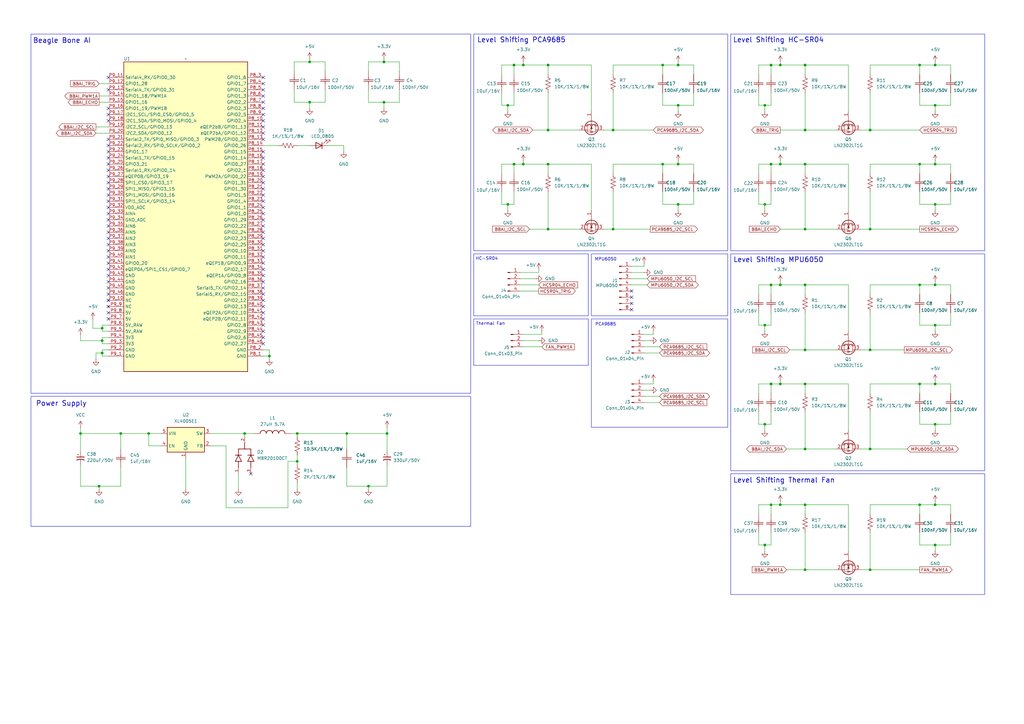
<source format=kicad_sch>
(kicad_sch (version 20250114) (generator "eeschema") (generator_version "9.0")
  (paper "A3")
  (title_block (title "MAIN") (date "2025-06-29") (rev "V1.0.0"))
  (rectangle (start 242.57 104.14) (end 298.45 129.54))
  (rectangle (start 242.57 130.81) (end 298.45 175.26))
  (rectangle (start 12.7 162.56) (end 193.04 215.9))
  (rectangle (start 299.72 13.97) (end 403.86 102.87))
  (rectangle (start 194.31 130.81) (end 241.3 149.86))
  (rectangle (start 12.7 13.97) (end 193.04 161.29))
  (rectangle (start 194.31 104.14) (end 241.3 129.54))
  (rectangle (start 194.31 13.97) (end 298.45 102.87))
  (rectangle (start 299.72 104.14) (end 403.86 193.04))
  (rectangle (start 299.72 194.31) (end 403.86 243.84))
  (text "PCA9685\n" (at 248.412 133.096 0) (effects (font (size 1.27 1.27))))
  (text "HC-SR04" (at 199.644 106.172 0) (effects (font (size 1.27 1.27))))
  (text "Thermal Fan" (at 201.168 132.842 0) (effects (font (size 1.27 1.27))))
  (text "Level Shifting MPU6050" (at 319.278 106.68 0) (effects (font (size 2.032 2.032) (thickness 0.254))))
  (text "Beagle Bone AI\n" (at 25.4 16.764 0) (effects (font (size 2.032 2.032) (thickness 0.254))))
  (text "Level Shifting HC-SR04" (at 319.278 16.51 0) (effects (font (size 2.032 2.032) (thickness 0.254))))
  (text "Level Shifting Thermal Fan" (at 321.564 197.104 0) (effects (font (size 2.032 2.032) (thickness 0.254))))
  (text "MPU6050" (at 248.412 106.426 0) (effects (font (size 1.27 1.27))))
  (text "Level Shifting PCA9685\n" (at 213.868 16.51 0) (effects (font (size 2.032 2.032) (thickness 0.254))))
  (text "Power Supply" (at 25.146 165.608 0) (effects (font (size 2.032 2.032) (thickness 0.254))))
  (junction (at 157.48 25.4))
  (junction (at 210.82 26.67))
  (junction (at 41.91 139.7))
  (junction (at 121.92 177.8))
  (junction (at 49.53 177.8))
  (junction (at 330.2 116.84))
  (junction (at 330.2 207.01))
  (junction (at 224.79 53.34))
  (junction (at 356.87 233.68))
  (junction (at 316.23 67.31))
  (junction (at 127 25.4))
  (junction (at 278.13 43.18))
  (junction (at 383.54 116.84))
  (junction (at 383.54 207.01))
  (junction (at 278.13 67.31))
  (junction (at 278.13 26.67))
  (junction (at 214.63 26.67))
  (junction (at 278.13 83.82))
  (junction (at 356.87 53.34))
  (junction (at 377.19 67.31))
  (junction (at 110.49 146.05))
  (junction (at 251.46 53.34))
  (junction (at 157.48 41.91))
  (junction (at 377.19 116.84))
  (junction (at 158.75 177.8))
  (junction (at 383.54 67.31))
  (junction (at 313.69 83.82))
  (junction (at 313.69 133.35))
  (junction (at 383.54 157.48))
  (junction (at 377.19 26.67))
  (junction (at 271.78 26.67))
  (junction (at 121.92 189.23))
  (junction (at 142.24 177.8))
  (junction (at 214.63 67.31))
  (junction (at 316.23 116.84))
  (junction (at 330.2 143.51))
  (junction (at 320.04 157.48))
  (junction (at 356.87 184.15))
  (junction (at 377.19 157.48))
  (junction (at 224.79 67.31))
  (junction (at 33.02 177.8))
  (junction (at 208.28 43.18))
  (junction (at 151.13 199.39))
  (junction (at 383.54 173.99))
  (junction (at 383.54 223.52))
  (junction (at 41.91 134.62))
  (junction (at 330.2 157.48))
  (junction (at 316.23 157.48))
  (junction (at 330.2 67.31))
  (junction (at 330.2 93.98))
  (junction (at 100.33 177.8))
  (junction (at 356.87 93.98))
  (junction (at 41.91 144.78))
  (junction (at 316.23 26.67))
  (junction (at 383.54 43.18))
  (junction (at 320.04 26.67))
  (junction (at 127 41.91))
  (junction (at 60.96 177.8))
  (junction (at 313.69 223.52))
  (junction (at 320.04 67.31))
  (junction (at 224.79 26.67))
  (junction (at 383.54 26.67))
  (junction (at 208.28 83.82))
  (junction (at 356.87 143.51))
  (junction (at 383.54 83.82))
  (junction (at 210.82 67.31))
  (junction (at 224.79 93.98))
  (junction (at 320.04 207.01))
  (junction (at 330.2 26.67))
  (junction (at 330.2 184.15))
  (junction (at 313.69 43.18))
  (junction (at 377.19 207.01))
  (junction (at 313.69 173.99))
  (junction (at 330.2 233.68))
  (junction (at 320.04 116.84))
  (junction (at 251.46 93.98))
  (junction (at 316.23 207.01))
  (junction (at 271.78 67.31))
  (junction (at 383.54 133.35))
  (junction (at 40.64 199.39))
  (junction (at 330.2 53.34))
  (no_connect (at 44.45 69.85))
  (no_connect (at 44.45 46.99))
  (no_connect (at 44.45 31.75))
  (no_connect (at 107.95 125.73))
  (no_connect (at 44.45 102.87))
  (no_connect (at 44.45 100.33))
  (no_connect (at 107.95 118.11))
  (no_connect (at 107.95 77.47))
  (no_connect (at 107.95 39.37))
  (no_connect (at 44.45 90.17))
  (no_connect (at 107.95 44.45))
  (no_connect (at 44.45 113.03))
  (no_connect (at 107.95 123.19))
  (no_connect (at 107.95 113.03))
  (no_connect (at 107.95 100.33))
  (no_connect (at 107.95 52.07))
  (no_connect (at 107.95 92.71))
  (no_connect (at 44.45 80.01))
  (no_connect (at 44.45 72.39))
  (no_connect (at 107.95 82.55))
  (no_connect (at 102.87 194.31))
  (no_connect (at 44.45 59.69))
  (no_connect (at 107.95 46.99))
  (no_connect (at 107.95 140.97))
  (no_connect (at 107.95 41.91))
  (no_connect (at 44.45 64.77))
  (no_connect (at 44.45 97.79))
  (no_connect (at 107.95 69.85))
  (no_connect (at 44.45 130.81))
  (no_connect (at 44.45 36.83))
  (no_connect (at 107.95 64.77))
  (no_connect (at 259.08 121.92))
  (no_connect (at 44.45 115.57))
  (no_connect (at 44.45 105.41))
  (no_connect (at 44.45 128.27))
  (no_connect (at 44.45 87.63))
  (no_connect (at 107.95 95.25))
  (no_connect (at 107.95 120.65))
  (no_connect (at 107.95 57.15))
  (no_connect (at 107.95 97.79))
  (no_connect (at 44.45 125.73))
  (no_connect (at 44.45 57.15))
  (no_connect (at 107.95 49.53))
  (no_connect (at 44.45 62.23))
  (no_connect (at 44.45 85.09))
  (no_connect (at 44.45 120.65))
  (no_connect (at 107.95 85.09))
  (no_connect (at 44.45 110.49))
  (no_connect (at 107.95 67.31))
  (no_connect (at 107.95 135.89))
  (no_connect (at 44.45 82.55))
  (no_connect (at 107.95 130.81))
  (no_connect (at 107.95 74.93))
  (no_connect (at 107.95 128.27))
  (no_connect (at 107.95 34.29))
  (no_connect (at 107.95 80.01))
  (no_connect (at 107.95 62.23))
  (no_connect (at 107.95 110.49))
  (no_connect (at 107.95 87.63))
  (no_connect (at 107.95 54.61))
  (no_connect (at 44.45 74.93))
  (no_connect (at 259.08 127))
  (no_connect (at 44.45 44.45))
  (no_connect (at 44.45 107.95))
  (no_connect (at 107.95 36.83))
  (no_connect (at 44.45 67.31))
  (no_connect (at 107.95 102.87))
  (no_connect (at 259.08 119.38))
  (no_connect (at 44.45 77.47))
  (no_connect (at 107.95 133.35))
  (no_connect (at 44.45 95.25))
  (no_connect (at 259.08 124.46))
  (no_connect (at 107.95 138.43))
  (no_connect (at 44.45 118.11))
  (no_connect (at 107.95 90.17))
  (no_connect (at 107.95 115.57))
  (no_connect (at 107.95 107.95))
  (no_connect (at 107.95 31.75))
  (no_connect (at 107.95 105.41))
  (no_connect (at 44.45 92.71))
  (no_connect (at 44.45 49.53))
  (no_connect (at 107.95 72.39))
  (no_connect (at 44.45 123.19))
  (wire (pts (xy 259.08 116.84) (xy 265.43 116.84)))
  (wire (pts (xy 316.23 168.91) (xy 316.23 173.99)))
  (wire (pts (xy 330.2 30.48) (xy 330.2 26.67)))
  (wire (pts (xy 205.74 26.67) (xy 205.74 30.48)))
  (wire (pts (xy 40.64 41.91) (xy 44.45 41.91)))
  (wire (pts (xy 356.87 233.68) (xy 353.06 233.68)))
  (wire (pts (xy 217.17 93.98) (xy 224.79 93.98)))
  (wire (pts (xy 377.19 168.91) (xy 377.19 173.99)))
  (wire (pts (xy 213.36 111.76) (xy 220.98 111.76)))
  (wire (pts (xy 330.2 210.82) (xy 330.2 207.01)))
  (wire (pts (xy 121.92 198.12) (xy 121.92 200.66)))
  (wire (pts (xy 224.79 93.98) (xy 237.49 93.98)))
  (wire (pts (xy 316.23 26.67) (xy 320.04 26.67)))
  (wire (pts (xy 39.37 54.61) (xy 44.45 54.61)))
  (wire (pts (xy 330.2 143.51) (xy 342.9 143.51)))
  (wire (pts (xy 210.82 38.1) (xy 210.82 43.18)))
  (wire (pts (xy 41.91 143.51) (xy 44.45 143.51)))
  (wire (pts (xy 389.89 67.31) (xy 389.89 71.12)))
  (wire (pts (xy 320.04 93.98) (xy 330.2 93.98)))
  (wire (pts (xy 205.74 83.82) (xy 208.28 83.82)))
  (wire (pts (xy 316.23 116.84) (xy 316.23 120.65)))
  (wire (pts (xy 278.13 25.4) (xy 278.13 26.67)))
  (wire (pts (xy 330.2 218.44) (xy 330.2 233.68)))
  (wire (pts (xy 214.63 139.7) (xy 220.98 139.7)))
  (wire (pts (xy 311.15 83.82) (xy 313.69 83.82)))
  (wire (pts (xy 264.16 165.1) (xy 270.51 165.1)))
  (wire (pts (xy 251.46 71.12) (xy 251.46 67.31)))
  (wire (pts (xy 92.71 208.28) (xy 118.11 208.28)))
  (wire (pts (xy 121.92 177.8) (xy 121.92 179.07)))
  (wire (pts (xy 284.48 38.1) (xy 284.48 43.18)))
  (wire (pts (xy 133.35 25.4) (xy 133.35 29.21)))
  (wire (pts (xy 86.36 182.88) (xy 92.71 182.88)))
  (wire (pts (xy 264.16 109.22) (xy 259.08 109.22)))
  (wire (pts (xy 383.54 205.74) (xy 383.54 207.01)))
  (wire (pts (xy 242.57 86.36) (xy 242.57 67.31)))
  (wire (pts (xy 140.97 59.69) (xy 140.97 62.23)))
  (wire (pts (xy 158.75 175.26) (xy 158.75 177.8)))
  (wire (pts (xy 316.23 157.48) (xy 320.04 157.48)))
  (wire (pts (xy 41.91 134.62) (xy 41.91 133.35)))
  (wire (pts (xy 320.04 156.21) (xy 320.04 157.48)))
  (wire (pts (xy 118.11 189.23) (xy 121.92 189.23)))
  (wire (pts (xy 313.69 133.35) (xy 313.69 135.89)))
  (wire (pts (xy 224.79 53.34) (xy 237.49 53.34)))
  (wire (pts (xy 214.63 67.31) (xy 224.79 67.31)))
  (wire (pts (xy 347.98 26.67) (xy 330.2 26.67)))
  (wire (pts (xy 311.15 116.84) (xy 311.15 120.65)))
  (wire (pts (xy 76.2 200.66) (xy 76.2 187.96)))
  (wire (pts (xy 316.23 157.48) (xy 316.23 161.29)))
  (wire (pts (xy 39.37 144.78) (xy 41.91 144.78)))
  (wire (pts (xy 251.46 78.74) (xy 251.46 93.98)))
  (wire (pts (xy 33.02 199.39) (xy 40.64 199.39)))
  (wire (pts (xy 313.69 173.99) (xy 313.69 176.53)))
  (wire (pts (xy 356.87 143.51) (xy 353.06 143.51)))
  (wire (pts (xy 213.36 119.38) (xy 220.98 119.38)))
  (wire (pts (xy 311.15 26.67) (xy 316.23 26.67)))
  (wire (pts (xy 330.2 233.68) (xy 342.9 233.68)))
  (wire (pts (xy 49.53 177.8) (xy 49.53 184.15)))
  (wire (pts (xy 389.89 168.91) (xy 389.89 173.99)))
  (wire (pts (xy 251.46 53.34) (xy 247.65 53.34)))
  (wire (pts (xy 214.63 142.24) (xy 222.25 142.24)))
  (wire (pts (xy 251.46 53.34) (xy 267.97 53.34)))
  (wire (pts (xy 356.87 120.65) (xy 356.87 116.84)))
  (wire (pts (xy 377.19 223.52) (xy 383.54 223.52)))
  (wire (pts (xy 44.45 140.97) (xy 41.91 140.97)))
  (wire (pts (xy 163.83 25.4) (xy 163.83 29.21)))
  (wire (pts (xy 377.19 38.1) (xy 377.19 43.18)))
  (wire (pts (xy 377.19 173.99) (xy 383.54 173.99)))
  (wire (pts (xy 133.35 36.83) (xy 133.35 41.91)))
  (wire (pts (xy 347.98 176.53) (xy 347.98 157.48)))
  (wire (pts (xy 356.87 53.34) (xy 377.19 53.34)))
  (wire (pts (xy 44.45 146.05) (xy 41.91 146.05)))
  (wire (pts (xy 389.89 38.1) (xy 389.89 43.18)))
  (wire (pts (xy 251.46 93.98) (xy 247.65 93.98)))
  (wire (pts (xy 316.23 218.44) (xy 316.23 223.52)))
  (wire (pts (xy 313.69 83.82) (xy 316.23 83.82)))
  (wire (pts (xy 316.23 67.31) (xy 320.04 67.31)))
  (wire (pts (xy 33.02 175.26) (xy 33.02 177.8)))
  (wire (pts (xy 311.15 173.99) (xy 313.69 173.99)))
  (wire (pts (xy 40.64 34.29) (xy 44.45 34.29)))
  (wire (pts (xy 356.87 30.48) (xy 356.87 26.67)))
  (wire (pts (xy 39.37 147.32) (xy 39.37 144.78)))
  (wire (pts (xy 142.24 199.39) (xy 151.13 199.39)))
  (wire (pts (xy 356.87 116.84) (xy 377.19 116.84)))
  (wire (pts (xy 224.79 38.1) (xy 224.79 53.34)))
  (wire (pts (xy 284.48 26.67) (xy 278.13 26.67)))
  (wire (pts (xy 41.91 138.43) (xy 44.45 138.43)))
  (wire (pts (xy 33.02 137.16) (xy 33.02 139.7)))
  (wire (pts (xy 271.78 26.67) (xy 271.78 30.48)))
  (wire (pts (xy 107.95 143.51) (xy 110.49 143.51)))
  (wire (pts (xy 264.16 157.48) (xy 267.97 157.48)))
  (wire (pts (xy 313.69 83.82) (xy 313.69 86.36)))
  (wire (pts (xy 222.25 137.16) (xy 222.25 135.89)))
  (wire (pts (xy 120.65 41.91) (xy 127 41.91)))
  (wire (pts (xy 313.69 133.35) (xy 316.23 133.35)))
  (wire (pts (xy 389.89 26.67) (xy 383.54 26.67)))
  (wire (pts (xy 377.19 83.82) (xy 383.54 83.82)))
  (wire (pts (xy 214.63 25.4) (xy 214.63 26.67)))
  (wire (pts (xy 389.89 218.44) (xy 389.89 223.52)))
  (wire (pts (xy 313.69 43.18) (xy 316.23 43.18)))
  (wire (pts (xy 330.2 38.1) (xy 330.2 53.34)))
  (wire (pts (xy 311.15 133.35) (xy 313.69 133.35)))
  (wire (pts (xy 210.82 26.67) (xy 214.63 26.67)))
  (wire (pts (xy 97.79 194.31) (xy 97.79 200.66)))
  (wire (pts (xy 127 25.4) (xy 120.65 25.4)))
  (wire (pts (xy 271.78 43.18) (xy 278.13 43.18)))
  (wire (pts (xy 313.69 223.52) (xy 316.23 223.52)))
  (wire (pts (xy 383.54 26.67) (xy 377.19 26.67)))
  (wire (pts (xy 320.04 157.48) (xy 330.2 157.48)))
  (wire (pts (xy 311.15 26.67) (xy 311.15 30.48)))
  (wire (pts (xy 383.54 43.18) (xy 389.89 43.18)))
  (wire (pts (xy 377.19 218.44) (xy 377.19 223.52)))
  (wire (pts (xy 60.96 177.8) (xy 66.04 177.8)))
  (wire (pts (xy 356.87 184.15) (xy 353.06 184.15)))
  (wire (pts (xy 284.48 67.31) (xy 278.13 67.31)))
  (wire (pts (xy 40.64 39.37) (xy 44.45 39.37)))
  (wire (pts (xy 377.19 78.74) (xy 377.19 83.82)))
  (wire (pts (xy 158.75 177.8) (xy 158.75 185.42)))
  (wire (pts (xy 383.54 83.82) (xy 389.89 83.82)))
  (wire (pts (xy 320.04 205.74) (xy 320.04 207.01)))
  (wire (pts (xy 264.16 144.78) (xy 270.51 144.78)))
  (wire (pts (xy 322.58 233.68) (xy 330.2 233.68)))
  (wire (pts (xy 389.89 207.01) (xy 383.54 207.01)))
  (wire (pts (xy 377.19 26.67) (xy 377.19 30.48)))
  (wire (pts (xy 278.13 67.31) (xy 271.78 67.31)))
  (wire (pts (xy 127 24.13) (xy 127 25.4)))
  (wire (pts (xy 208.28 43.18) (xy 208.28 45.72)))
  (wire (pts (xy 120.65 25.4) (xy 120.65 29.21)))
  (wire (pts (xy 49.53 177.8) (xy 60.96 177.8)))
  (wire (pts (xy 157.48 25.4) (xy 151.13 25.4)))
  (wire (pts (xy 242.57 45.72) (xy 242.57 26.67)))
  (wire (pts (xy 284.48 78.74) (xy 284.48 83.82)))
  (wire (pts (xy 278.13 43.18) (xy 284.48 43.18)))
  (wire (pts (xy 330.2 78.74) (xy 330.2 93.98)))
  (wire (pts (xy 356.87 78.74) (xy 356.87 93.98)))
  (wire (pts (xy 377.19 128.27) (xy 377.19 133.35)))
  (wire (pts (xy 320.04 116.84) (xy 330.2 116.84)))
  (wire (pts (xy 214.63 66.04) (xy 214.63 67.31)))
  (wire (pts (xy 251.46 38.1) (xy 251.46 53.34)))
  (wire (pts (xy 311.15 38.1) (xy 311.15 43.18)))
  (wire (pts (xy 142.24 191.77) (xy 142.24 199.39)))
  (wire (pts (xy 311.15 218.44) (xy 311.15 223.52)))
  (wire (pts (xy 205.74 26.67) (xy 210.82 26.67)))
  (wire (pts (xy 49.53 199.39) (xy 49.53 191.77)))
  (wire (pts (xy 100.33 177.8) (xy 104.14 177.8)))
  (wire (pts (xy 356.87 218.44) (xy 356.87 233.68)))
  (wire (pts (xy 205.74 43.18) (xy 208.28 43.18)))
  (wire (pts (xy 33.02 190.5) (xy 33.02 199.39)))
  (wire (pts (xy 347.98 157.48) (xy 330.2 157.48)))
  (wire (pts (xy 264.16 107.95) (xy 264.16 109.22)))
  (wire (pts (xy 320.04 53.34) (xy 330.2 53.34)))
  (wire (pts (xy 323.85 143.51) (xy 330.2 143.51)))
  (wire (pts (xy 251.46 26.67) (xy 271.78 26.67)))
  (wire (pts (xy 41.91 146.05) (xy 41.91 144.78)))
  (wire (pts (xy 383.54 223.52) (xy 389.89 223.52)))
  (wire (pts (xy 313.69 223.52) (xy 313.69 226.06)))
  (wire (pts (xy 251.46 93.98) (xy 266.7 93.98)))
  (wire (pts (xy 121.92 189.23) (xy 121.92 190.5)))
  (wire (pts (xy 356.87 67.31) (xy 377.19 67.31)))
  (wire (pts (xy 284.48 26.67) (xy 284.48 30.48)))
  (wire (pts (xy 356.87 161.29) (xy 356.87 157.48)))
  (wire (pts (xy 284.48 67.31) (xy 284.48 71.12)))
  (wire (pts (xy 377.19 67.31) (xy 377.19 71.12)))
  (wire (pts (xy 356.87 26.67) (xy 377.19 26.67)))
  (wire (pts (xy 311.15 168.91) (xy 311.15 173.99)))
  (wire (pts (xy 264.16 137.16) (xy 267.97 137.16)))
  (wire (pts (xy 205.74 67.31) (xy 205.74 71.12)))
  (wire (pts (xy 356.87 93.98) (xy 377.19 93.98)))
  (wire (pts (xy 92.71 182.88) (xy 92.71 208.28)))
  (wire (pts (xy 151.13 199.39) (xy 151.13 200.66)))
  (wire (pts (xy 311.15 207.01) (xy 311.15 210.82)))
  (wire (pts (xy 311.15 128.27) (xy 311.15 133.35)))
  (wire (pts (xy 383.54 207.01) (xy 377.19 207.01)))
  (wire (pts (xy 316.23 78.74) (xy 316.23 83.82)))
  (wire (pts (xy 356.87 143.51) (xy 370.84 143.51)))
  (wire (pts (xy 163.83 25.4) (xy 157.48 25.4)))
  (wire (pts (xy 278.13 43.18) (xy 278.13 45.72)))
  (wire (pts (xy 157.48 24.13) (xy 157.48 25.4)))
  (wire (pts (xy 383.54 223.52) (xy 383.54 226.06)))
  (wire (pts (xy 33.02 139.7) (xy 41.91 139.7)))
  (wire (pts (xy 127 41.91) (xy 127 44.45)))
  (wire (pts (xy 389.89 26.67) (xy 389.89 30.48)))
  (wire (pts (xy 330.2 128.27) (xy 330.2 143.51)))
  (wire (pts (xy 158.75 199.39) (xy 158.75 190.5)))
  (wire (pts (xy 356.87 210.82) (xy 356.87 207.01)))
  (wire (pts (xy 316.23 207.01) (xy 316.23 210.82)))
  (wire (pts (xy 356.87 157.48) (xy 377.19 157.48)))
  (wire (pts (xy 210.82 67.31) (xy 214.63 67.31)))
  (wire (pts (xy 389.89 128.27) (xy 389.89 133.35)))
  (wire (pts (xy 383.54 116.84) (xy 377.19 116.84)))
  (wire (pts (xy 311.15 157.48) (xy 316.23 157.48)))
  (wire (pts (xy 278.13 66.04) (xy 278.13 67.31)))
  (wire (pts (xy 356.87 207.01) (xy 377.19 207.01)))
  (wire (pts (xy 356.87 53.34) (xy 353.06 53.34)))
  (wire (pts (xy 389.89 67.31) (xy 383.54 67.31)))
  (wire (pts (xy 110.49 146.05) (xy 110.49 147.32)))
  (wire (pts (xy 271.78 78.74) (xy 271.78 83.82)))
  (wire (pts (xy 264.16 142.24) (xy 270.51 142.24)))
  (wire (pts (xy 389.89 157.48) (xy 383.54 157.48)))
  (wire (pts (xy 383.54 67.31) (xy 377.19 67.31)))
  (wire (pts (xy 383.54 115.57) (xy 383.54 116.84)))
  (wire (pts (xy 127 41.91) (xy 133.35 41.91)))
  (wire (pts (xy 356.87 233.68) (xy 377.19 233.68)))
  (wire (pts (xy 320.04 115.57) (xy 320.04 116.84)))
  (wire (pts (xy 311.15 223.52) (xy 313.69 223.52)))
  (wire (pts (xy 377.19 116.84) (xy 377.19 120.65)))
  (wire (pts (xy 118.11 208.28) (xy 118.11 189.23)))
  (wire (pts (xy 267.97 137.16) (xy 267.97 135.89)))
  (wire (pts (xy 134.62 59.69) (xy 140.97 59.69)))
  (wire (pts (xy 320.04 207.01) (xy 330.2 207.01)))
  (wire (pts (xy 347.98 226.06) (xy 347.98 207.01)))
  (wire (pts (xy 377.19 207.01) (xy 377.19 210.82)))
  (wire (pts (xy 347.98 207.01) (xy 330.2 207.01)))
  (wire (pts (xy 107.95 59.69) (xy 114.3 59.69)))
  (wire (pts (xy 383.54 173.99) (xy 383.54 176.53)))
  (wire (pts (xy 322.58 184.15) (xy 330.2 184.15)))
  (wire (pts (xy 271.78 67.31) (xy 271.78 71.12)))
  (wire (pts (xy 389.89 116.84) (xy 389.89 120.65)))
  (wire (pts (xy 86.36 177.8) (xy 100.33 177.8)))
  (wire (pts (xy 142.24 177.8) (xy 142.24 184.15)))
  (wire (pts (xy 210.82 78.74) (xy 210.82 83.82)))
  (wire (pts (xy 311.15 116.84) (xy 316.23 116.84)))
  (wire (pts (xy 66.04 182.88) (xy 60.96 182.88)))
  (wire (pts (xy 383.54 133.35) (xy 383.54 135.89)))
  (wire (pts (xy 259.08 114.3) (xy 265.43 114.3)))
  (wire (pts (xy 356.87 38.1) (xy 356.87 53.34)))
  (wire (pts (xy 383.54 25.4) (xy 383.54 26.67)))
  (wire (pts (xy 151.13 25.4) (xy 151.13 29.21)))
  (wire (pts (xy 313.69 43.18) (xy 313.69 45.72)))
  (wire (pts (xy 224.79 78.74) (xy 224.79 93.98)))
  (wire (pts (xy 330.2 93.98) (xy 342.9 93.98)))
  (wire (pts (xy 316.23 38.1) (xy 316.23 43.18)))
  (wire (pts (xy 33.02 177.8) (xy 49.53 177.8)))
  (wire (pts (xy 383.54 156.21) (xy 383.54 157.48)))
  (wire (pts (xy 133.35 25.4) (xy 127 25.4)))
  (wire (pts (xy 120.65 36.83) (xy 120.65 41.91)))
  (wire (pts (xy 208.28 83.82) (xy 208.28 86.36)))
  (wire (pts (xy 377.19 133.35) (xy 383.54 133.35)))
  (wire (pts (xy 264.16 162.56) (xy 270.51 162.56)))
  (wire (pts (xy 214.63 137.16) (xy 222.25 137.16)))
  (wire (pts (xy 383.54 83.82) (xy 383.54 86.36)))
  (wire (pts (xy 264.16 160.02) (xy 266.7 160.02)))
  (wire (pts (xy 311.15 207.01) (xy 316.23 207.01)))
  (wire (pts (xy 40.64 199.39) (xy 49.53 199.39)))
  (wire (pts (xy 311.15 78.74) (xy 311.15 83.82)))
  (wire (pts (xy 330.2 120.65) (xy 330.2 116.84)))
  (wire (pts (xy 264.16 139.7) (xy 266.7 139.7)))
  (wire (pts (xy 251.46 30.48) (xy 251.46 26.67)))
  (wire (pts (xy 330.2 161.29) (xy 330.2 157.48)))
  (wire (pts (xy 213.36 114.3) (xy 219.71 114.3)))
  (wire (pts (xy 208.28 83.82) (xy 210.82 83.82)))
  (wire (pts (xy 38.1 134.62) (xy 41.91 134.62)))
  (wire (pts (xy 316.23 207.01) (xy 320.04 207.01)))
  (wire (pts (xy 259.08 111.76) (xy 264.16 111.76)))
  (wire (pts (xy 151.13 199.39) (xy 158.75 199.39)))
  (wire (pts (xy 389.89 116.84) (xy 383.54 116.84)))
  (wire (pts (xy 60.96 182.88) (xy 60.96 177.8)))
  (wire (pts (xy 330.2 53.34) (xy 342.9 53.34)))
  (wire (pts (xy 210.82 26.67) (xy 210.82 30.48)))
  (wire (pts (xy 142.24 177.8) (xy 158.75 177.8)))
  (wire (pts (xy 151.13 36.83) (xy 151.13 41.91)))
  (wire (pts (xy 271.78 38.1) (xy 271.78 43.18)))
  (wire (pts (xy 41.91 139.7) (xy 41.91 138.43)))
  (wire (pts (xy 320.04 26.67) (xy 330.2 26.67)))
  (wire (pts (xy 389.89 157.48) (xy 389.89 161.29)))
  (wire (pts (xy 377.19 43.18) (xy 383.54 43.18)))
  (wire (pts (xy 41.91 133.35) (xy 44.45 133.35)))
  (wire (pts (xy 347.98 116.84) (xy 330.2 116.84)))
  (wire (pts (xy 208.28 43.18) (xy 210.82 43.18)))
  (wire (pts (xy 271.78 83.82) (xy 278.13 83.82)))
  (wire (pts (xy 38.1 130.81) (xy 38.1 134.62)))
  (wire (pts (xy 356.87 168.91) (xy 356.87 184.15)))
  (wire (pts (xy 383.54 133.35) (xy 389.89 133.35)))
  (wire (pts (xy 224.79 30.48) (xy 224.79 26.67)))
  (wire (pts (xy 40.64 199.39) (xy 40.64 200.66)))
  (wire (pts (xy 356.87 184.15) (xy 372.11 184.15)))
  (wire (pts (xy 356.87 128.27) (xy 356.87 143.51)))
  (wire (pts (xy 320.04 25.4) (xy 320.04 26.67)))
  (wire (pts (xy 242.57 67.31) (xy 224.79 67.31)))
  (wire (pts (xy 100.33 177.8) (xy 100.33 179.07)))
  (wire (pts (xy 320.04 66.04) (xy 320.04 67.31)))
  (wire (pts (xy 347.98 86.36) (xy 347.98 67.31)))
  (wire (pts (xy 316.23 128.27) (xy 316.23 133.35)))
  (wire (pts (xy 267.97 157.48) (xy 267.97 156.21)))
  (wire (pts (xy 278.13 83.82) (xy 284.48 83.82)))
  (wire (pts (xy 41.91 144.78) (xy 41.91 143.51)))
  (wire (pts (xy 214.63 26.67) (xy 224.79 26.67)))
  (wire (pts (xy 383.54 157.48) (xy 377.19 157.48)))
  (wire (pts (xy 347.98 67.31) (xy 330.2 67.31)))
  (wire (pts (xy 313.69 173.99) (xy 316.23 173.99)))
  (wire (pts (xy 356.87 93.98) (xy 353.06 93.98)))
  (wire (pts (xy 356.87 71.12) (xy 356.87 67.31)))
  (wire (pts (xy 377.19 157.48) (xy 377.19 161.29)))
  (wire (pts (xy 311.15 43.18) (xy 313.69 43.18)))
  (wire (pts (xy 316.23 116.84) (xy 320.04 116.84)))
  (wire (pts (xy 383.54 43.18) (xy 383.54 45.72)))
  (wire (pts (xy 278.13 26.67) (xy 271.78 26.67)))
  (wire (pts (xy 210.82 67.31) (xy 210.82 71.12)))
  (wire (pts (xy 330.2 168.91) (xy 330.2 184.15)))
  (wire (pts (xy 383.54 66.04) (xy 383.54 67.31)))
  (wire (pts (xy 218.44 53.34) (xy 224.79 53.34)))
  (wire (pts (xy 311.15 67.31) (xy 316.23 67.31)))
  (wire (pts (xy 119.38 177.8) (xy 121.92 177.8)))
  (wire (pts (xy 389.89 78.74) (xy 389.89 83.82)))
  (wire (pts (xy 330.2 71.12) (xy 330.2 67.31)))
  (wire (pts (xy 205.74 38.1) (xy 205.74 43.18)))
  (wire (pts (xy 110.49 143.51) (xy 110.49 146.05)))
  (wire (pts (xy 41.91 140.97) (xy 41.91 139.7)))
  (wire (pts (xy 107.95 146.05) (xy 110.49 146.05)))
  (wire (pts (xy 220.98 111.76) (xy 220.98 110.49)))
  (wire (pts (xy 251.46 67.31) (xy 271.78 67.31)))
  (wire (pts (xy 347.98 45.72) (xy 347.98 26.67)))
  (wire (pts (xy 242.57 26.67) (xy 224.79 26.67)))
  (wire (pts (xy 224.79 71.12) (xy 224.79 67.31)))
  (wire (pts (xy 389.89 207.01) (xy 389.89 210.82)))
  (wire (pts (xy 316.23 67.31) (xy 316.23 71.12)))
  (wire (pts (xy 44.45 135.89) (xy 41.91 135.89)))
  (wire (pts (xy 121.92 186.69) (xy 121.92 189.23)))
  (wire (pts (xy 311.15 157.48) (xy 311.15 161.29)))
  (wire (pts (xy 121.92 177.8) (xy 142.24 177.8)))
  (wire (pts (xy 205.74 78.74) (xy 205.74 83.82)))
  (wire (pts (xy 213.36 116.84) (xy 220.98 116.84)))
  (wire (pts (xy 316.23 26.67) (xy 316.23 30.48)))
  (wire (pts (xy 278.13 83.82) (xy 278.13 86.36)))
  (wire (pts (xy 151.13 41.91) (xy 157.48 41.91)))
  (wire (pts (xy 205.74 67.31) (xy 210.82 67.31)))
  (wire (pts (xy 157.48 41.91) (xy 157.48 44.45)))
  (wire (pts (xy 163.83 36.83) (xy 163.83 41.91)))
  (wire (pts (xy 330.2 184.15) (xy 342.9 184.15)))
  (wire (pts (xy 320.04 67.31) (xy 330.2 67.31)))
  (wire (pts (xy 41.91 135.89) (xy 41.91 134.62)))
  (wire (pts (xy 157.48 41.91) (xy 163.83 41.91)))
  (wire (pts (xy 39.37 52.07) (xy 44.45 52.07)))
  (wire (pts (xy 347.98 135.89) (xy 347.98 116.84)))
  (wire (pts (xy 311.15 67.31) (xy 311.15 71.12)))
  (wire (pts (xy 383.54 173.99) (xy 389.89 173.99)))
  (wire (pts (xy 121.92 59.69) (xy 127 59.69)))
  (wire (pts (xy 33.02 185.42) (xy 33.02 177.8)))
  (global_label "HCSR04_ECHO" (shape output) (at 377.19 93.98 0) (property "Intersheetrefs" "${INTERSHEET_REFS}" (effects (hide yes))))
  (global_label "BBAI_TRIG" (shape output) (at 320.04 53.34 180) (property "Intersheetrefs" "${INTERSHEET_REFS}" (effects (hide yes))))
  (global_label "PCA9685_I2C_SCL" (shape input) (at 270.51 142.24 0) (property "Intersheetrefs" "${INTERSHEET_REFS}" (effects (hide yes))))
  (global_label "PCA9685_I2C_SCL" (shape input) (at 270.51 165.1 0) (property "Intersheetrefs" "${INTERSHEET_REFS}" (effects (hide yes))))
  (global_label "MPU6050_I2C_SCL" (shape output) (at 370.84 143.51 0) (property "Intersheetrefs" "${INTERSHEET_REFS}" (effects (hide yes))))
  (global_label "HCSR04_TRIG" (shape input) (at 377.19 53.34 0) (property "Intersheetrefs" "${INTERSHEET_REFS}" (effects (hide yes))))
  (global_label "BBAI_I2C_SDA" (shape bidirectional) (at 39.37 54.61 180) (property "Intersheetrefs" "${INTERSHEET_REFS}" (effects (hide yes))))
  (global_label "FAN_PWM1A" (shape output) (at 377.19 233.68 0) (property "Intersheetrefs" "${INTERSHEET_REFS}" (effects (hide yes))))
  (global_label "BBAI_ECHO" (shape input) (at 320.04 93.98 180) (property "Intersheetrefs" "${INTERSHEET_REFS}" (effects (hide yes))))
  (global_label "FAN_PWM1A" (shape input) (at 222.25 142.24 0) (property "Intersheetrefs" "${INTERSHEET_REFS}" (effects (hide yes))))
  (global_label "PCA9685_I2C_SDA" (shape bidirectional) (at 267.97 53.34 0) (property "Intersheetrefs" "${INTERSHEET_REFS}" (effects (hide yes))))
  (global_label "HCSR04_TRIG" (shape output) (at 220.98 119.38 0) (property "Intersheetrefs" "${INTERSHEET_REFS}" (effects (hide yes))))
  (global_label "PCA9685_I2C_SCL" (shape output) (at 266.7 93.98 0) (property "Intersheetrefs" "${INTERSHEET_REFS}" (effects (hide yes))))
  (global_label "BBAI_PWM1A" (shape output) (at 40.64 39.37 180) (property "Intersheetrefs" "${INTERSHEET_REFS}" (effects (hide yes))))
  (global_label "PCA9685_I2C_SDA" (shape bidirectional) (at 270.51 144.78 0) (property "Intersheetrefs" "${INTERSHEET_REFS}" (effects (hide yes))))
  (global_label "BBAI_I2C_SCL" (shape output) (at 39.37 52.07 180) (property "Intersheetrefs" "${INTERSHEET_REFS}" (effects (hide yes))))
  (global_label "BBAI_I2C_SCL" (shape input) (at 323.85 143.51 180) (property "Intersheetrefs" "${INTERSHEET_REFS}" (effects (hide yes))))
  (global_label "PCA9685_I2C_SDA" (shape bidirectional) (at 270.51 162.56 0) (property "Intersheetrefs" "${INTERSHEET_REFS}" (effects (hide yes))))
  (global_label "BBAI_TRIG" (shape input) (at 40.64 34.29 180) (property "Intersheetrefs" "${INTERSHEET_REFS}" (effects (hide yes))))
  (global_label "BBAI_I2C_SDA" (shape bidirectional) (at 322.58 184.15 180) (property "Intersheetrefs" "${INTERSHEET_REFS}" (effects (hide yes))))
  (global_label "BBAI_I2C_SCL" (shape input) (at 217.17 93.98 180) (property "Intersheetrefs" "${INTERSHEET_REFS}" (effects (hide yes))))
  (global_label "BBAI_I2C_SDA" (shape bidirectional) (at 218.44 53.34 180) (property "Intersheetrefs" "${INTERSHEET_REFS}" (effects (hide yes))))
  (global_label "MPU6050_I2C_SCL" (shape input) (at 265.43 114.3 0) (property "Intersheetrefs" "${INTERSHEET_REFS}" (effects (hide yes))))
  (global_label "HCSR04_ECHO" (shape input) (at 220.98 116.84 0) (property "Intersheetrefs" "${INTERSHEET_REFS}" (effects (hide yes))))
  (global_label "BBAI_ECHO" (shape output) (at 40.64 41.91 180) (property "Intersheetrefs" "${INTERSHEET_REFS}" (effects (hide yes))))
  (global_label "BBAI_PWM1A" (shape input) (at 322.58 233.68 180) (property "Intersheetrefs" "${INTERSHEET_REFS}" (effects (hide yes))))
  (global_label "MPU6050_I2C_SDA" (shape bidirectional) (at 265.43 116.84 0) (property "Intersheetrefs" "${INTERSHEET_REFS}" (effects (hide yes))))
  (global_label "MPU6050_I2C_SDA" (shape bidirectional) (at 372.11 184.15 0) (property "Intersheetrefs" "${INTERSHEET_REFS}" (effects (hide yes))))
  (symbol (lib_id "power:GND") (at 313.69 135.89 0) (unit 1)
    (property "Reference" "#PWR021" (effects (hide yes)))
    (property "Value" "GND" (at 313.69 140.97 0))
    (property "Description" "Power symbol creates a global label with name \"GND\" , ground" (effects (hide yes)))
  )
  (symbol (lib_id "power:GND") (at 383.54 226.06 0) (unit 1)
    (property "Reference" "#PWR057" (effects (hide yes)))
    (property "Value" "GND" (at 383.54 231.14 0))
    (property "Description" "Power symbol creates a global label with name \"GND\" , ground" (effects (hide yes)))
  )
  (symbol (lib_id "automative_hexapod:Ceramic_Cap_0805_10uF_16V") (at 205.74 34.29 90) (unit 1)
    (property "Reference" "C13" (at 199.644 34.29 90) (effects (justify right)))
    (property "Value" "10uF/16V" (at 195.326 37.338 90) (effects (justify right)))
    (property "Footprint" "automative_hexapod:Ceramic_Cap_0805" (effects (hide yes)))
    (property "Description" "10%, 0805 (2012 Metric)" (effects (hide yes)))
    (property "Supply name" "Thegioiic" (effects (hide yes)))
    (property "Supply part number" "Tụ Gốm 0805 10uF 16V" (effects (hide yes)))
    (property "Supply URL" "https://www.thegioiic.com/tu-gom-0805-10uf-16v" (effects (hide yes)))
  )
  (symbol (lib_id "automative_hexapod:Ceramic_Cap_0805_10uF_16V") (at 311.15 74.93 90) (unit 1)
    (property "Reference" "C22" (at 305.054 75.184 90) (effects (justify right)))
    (property "Value" "10uF/16V" (at 300.736 77.978 90) (effects (justify right)))
    (property "Footprint" "automative_hexapod:Ceramic_Cap_0805" (effects (hide yes)))
    (property "Description" "10%, 0805 (2012 Metric)" (effects (hide yes)))
    (property "Supply name" "Thegioiic" (effects (hide yes)))
    (property "Supply part number" "Tụ Gốm 0805 10uF 16V" (effects (hide yes)))
    (property "Supply URL" "https://www.thegioiic.com/tu-gom-0805-10uf-16v" (effects (hide yes)))
  )
  (symbol (lib_id "power:+5V") (at 278.13 66.04 0) (unit 1)
    (property "Reference" "#PWR034" (effects (hide yes)))
    (property "Value" "+5V" (at 278.13 60.96 0))
    (property "Description" "Power symbol creates a global label with name \"+5V\"" (effects (hide yes)))
  )
  (symbol (lib_id "power:+5V") (at 383.54 115.57 0) (unit 1)
    (property "Reference" "#PWR022" (effects (hide yes)))
    (property "Value" "+5V" (at 383.54 110.49 0))
    (property "Description" "Power symbol creates a global label with name \"+5V\"" (effects (hide yes)))
  )
  (symbol (lib_id "automative_hexapod:Res_10K_0805_1%") (at 356.87 165.1 90) (unit 1)
    (property "Reference" "R4" (at 359.41 163.8299 90) (effects (justify right)))
    (property "Value" "10K/1%/1/8W" (at 359.41 166.3699 90) (effects (justify right)))
    (property "Footprint" "automative_hexapod:Res_0805" (effects (hide yes)))
    (property "Description" "Res_10K_0805_1%" (effects (hide yes)))
    (property "Supply name" "thegioiic" (effects (hide yes)))
    (property "Supply part number" "Điện Trở 10 KOhm 0805 1%" (effects (hide yes)))
    (property "Supply URL" "https://www.thegioiic.com/dien-tro-10-kohm-0805-1-" (effects (hide yes)))
  )
  (symbol (lib_id "automative_hexapod:Res_10K_0805_1%") (at 356.87 74.93 90) (unit 1)
    (property "Reference" "R12" (at 359.41 73.6599 90) (effects (justify right)))
    (property "Value" "10K/1%/1/8W" (at 359.41 76.1999 90) (effects (justify right)))
    (property "Footprint" "automative_hexapod:Res_0805" (effects (hide yes)))
    (property "Description" "Res_10K_0805_1%" (effects (hide yes)))
    (property "Supply name" "thegioiic" (effects (hide yes)))
    (property "Supply part number" "Điện Trở 10 KOhm 0805 1%" (effects (hide yes)))
    (property "Supply URL" "https://www.thegioiic.com/dien-tro-10-kohm-0805-1-" (effects (hide yes)))
  )
  (symbol (lib_id "power:GND") (at 383.54 86.36 0) (unit 1)
    (property "Reference" "#PWR043" (effects (hide yes)))
    (property "Value" "GND" (at 383.54 91.44 0))
    (property "Description" "Power symbol creates a global label with name \"GND\" , ground" (effects (hide yes)))
  )
  (symbol (lib_id "automative_hexapod:Ceramic_Cap_0805_100nF_50V") (at 210.82 34.29 90) (unit 1)
    (property "Reference" "C15" (at 213.614 34.29 90) (effects (justify right)))
    (property "Value" "100nF/50V" (at 211.836 37.084 90) (effects (justify right)))
    (property "Footprint" "automative_hexapod:Ceramic_Cap_0805" (effects (hide yes)))
    (property "Description" "10%, 0805 (2012 Metric)" (effects (hide yes)))
    (property "Supply name" "Thegioiic" (effects (hide yes)))
    (property "Supply part number" "Tụ Gốm 0805 100nF (0.1uF) 50V" (effects (hide yes)))
    (property "Supply URL" "https://www.thegioiic.com/tu-gom-0805-100nf-0-1uf-50v" (effects (hide yes)))
  )
  (symbol (lib_id "automative_hexapod:Ceramic_Cap_0805_10uF_16V") (at 284.48 34.29 270) (mirror x) (unit 1)
    (property "Reference" "C19" (at 289.814 34.29 90) (effects (justify right)))
    (property "Value" "10uF/16V" (at 295.402 37.084 90) (effects (justify right)))
    (property "Footprint" "automative_hexapod:Ceramic_Cap_0805" (effects (hide yes)))
    (property "Description" "10%, 0805 (2012 Metric)" (effects (hide yes)))
    (property "Supply name" "Thegioiic" (effects (hide yes)))
    (property "Supply part number" "Tụ Gốm 0805 10uF 16V" (effects (hide yes)))
    (property "Supply URL" "https://www.thegioiic.com/tu-gom-0805-10uf-16v" (effects (hide yes)))
  )
  (symbol (lib_id "automative_hexapod:Ceramic_Cap_0805_10uF_16V") (at 205.74 74.93 90) (unit 1)
    (property "Reference" "C14" (at 199.39 74.93 90) (effects (justify right)))
    (property "Value" "10uF/16V" (at 195.326 77.978 90) (effects (justify right)))
    (property "Footprint" "automative_hexapod:Ceramic_Cap_0805" (effects (hide yes)))
    (property "Description" "10%, 0805 (2012 Metric)" (effects (hide yes)))
    (property "Supply name" "Thegioiic" (effects (hide yes)))
    (property "Supply part number" "Tụ Gốm 0805 10uF 16V" (effects (hide yes)))
    (property "Supply URL" "https://www.thegioiic.com/tu-gom-0805-10uf-16v" (effects (hide yes)))
  )
  (symbol (lib_id "power:GND") (at 140.97 62.23 0) (unit 1)
    (property "Reference" "#PWR011" (effects (hide yes)))
    (property "Value" "GND" (at 140.97 67.31 0))
    (property "Description" "Power symbol creates a global label with name \"GND\" , ground" (effects (hide yes)))
  )
  (symbol (lib_id "power:+5V") (at 264.16 107.95 0) (unit 1)
    (property "Reference" "#PWR03" (effects (hide yes)))
    (property "Value" "+5V" (at 260.858 106.426 0))
    (property "Description" "Power symbol creates a global label with name \"+5V\"" (effects (hide yes)))
  )
  (symbol (lib_id "automative_hexapod:Ceramic_Cap_0805_100nF_50V") (at 377.19 74.93 270) (mirror x) (unit 1)
    (property "Reference" "C26" (at 382.524 74.93 90) (effects (justify right)))
    (property "Value" "100nF/50V" (at 388.62 77.724 90) (effects (justify right)))
    (property "Footprint" "automative_hexapod:Ceramic_Cap_0805" (effects (hide yes)))
    (property "Description" "10%, 0805 (2012 Metric)" (effects (hide yes)))
    (property "Supply name" "Thegioiic" (effects (hide yes)))
    (property "Supply part number" "Tụ Gốm 0805 100nF (0.1uF) 50V" (effects (hide yes)))
    (property "Supply URL" "https://www.thegioiic.com/tu-gom-0805-100nf-0-1uf-50v" (effects (hide yes)))
  )
  (symbol (lib_id "automative_hexapod:MBR20100CT") (at 100.33 186.69 90) (unit 1)
    (property "Reference" "D2" (at 105.41 185.4199 90) (effects (justify right)))
    (property "Value" "MBR20100CT" (at 105.41 187.9599 90) (effects (justify right)))
    (property "Footprint" "automative_hexapod:TO-220-3" (effects (hide yes)))
    (property "Datasheet" "https://www.thegioiic.com/upload/documents/1740479483_MBR20100CT.pdf" (effects (hide yes)))
    (property "Description" "MBR20100CT Diode Schottky 100V 10A TO-220" (effects (hide yes)))
    (property "Supply Name" "Thegioiic" (effects (hide yes)))
    (property "Supply Part Number" "MBR20100CT Diode Schottky 100V 10A TO-220" (effects (hide yes)))
    (property "Supply URL" "https://www.thegioiic.com/mbr20100ct-diode-schottky-100v-10a-to-220" (effects (hide yes)))
  )
  (symbol (lib_id "automative_hexapod:MPU6050") (at 254 116.84 0) (unit 1)
    (property "Reference" "J1" (at 252.222 115.062 0))
    (property "Value" "MPU6050" (at 248.92 117.094 0))
    (property "Footprint" "automative_hexapod:MPU6050" (effects (hide yes)))
    (property "Description" "Header for MPU6050" (effects (hide yes)))
    (property "Supply Name" "Thegioiic" (effects (hide yes)))
    (property "Supply Part Number" "Hàng Rào Đực Đơn 2.54mm 40 Chân 1 Hàng Cao 11.2mm Xuyên Lỗ" (effects (hide yes)))
    (property "Supply URL" "https://www.thegioiic.com/hang-rao-duc-don-2-54mm-40-chan-1-hang-cao-11-2mm-xuyen-lo" (effects (hide yes)))
  )
  (symbol (lib_id "automative_hexapod:LN2302LT1G") (at 242.57 93.98 270) (unit 1)
    (property "Reference" "Q4" (at 242.57 97.79 90))
    (property "Value" "LN2302LT1G" (at 242.57 100.33 90))
    (property "Footprint" "automative_hexapod:SOT23" (effects (hide yes)))
    (property "Datasheet" "https://www.lrc.cn/Upload/PDF/Product/MOS/ln2302lt1g.pdf" (effects (hide yes)))
    (property "Description" "N-Channel MOSFETs" (effects (hide yes)))
    (property "Supply name" "Thegioiic" (effects (hide yes)))
    (property "Supply part number" "LN2302LT1G MOSFET Kênh N 20V 2.3A SOT-23-3" (effects (hide yes)))
    (property "Supply URL" "https://www.thegioiic.com/ln2302lt1g-mosfet-kenh-n-20v-2-3a-sot-23-3" (effects (hide yes)))
  )
  (symbol (lib_id "automative_hexapod:Ceramic_Cap_0805_1uF_16V") (at 49.53 187.96 90) (unit 1)
    (property "Reference" "C45" (at 53.34 186.6899 90) (effects (justify right)))
    (property "Value" "1uF/16V" (at 53.34 189.2299 90) (effects (justify right)))
    (property "Footprint" "automative_hexapod:Ceramic_Cap_0805" (effects (hide yes)))
    (property "Description" "10%, 0805 (2012 Metric)" (effects (hide yes)))
    (property "Supply name" "Thegioiic" (effects (hide yes)))
    (property "Supply part number" "Tụ Gốm 0805 1uF 16V" (effects (hide yes)))
    (property "Supply URL" "https://www.thegioiic.com/tu-gom-0805-1uf-16v" (effects (hide yes)))
  )
  (symbol (lib_id "power:GND") (at 266.7 160.02 90) (unit 1)
    (property "Reference" "#PWR07" (effects (hide yes)))
    (property "Value" "GND" (at 270.51 160.0199 90) (effects (justify right)))
    (property "Description" "Power symbol creates a global label with name \"GND\" , ground" (effects (hide yes)))
  )
  (symbol (lib_id "automative_hexapod:Ceramic_Cap_0805_100nF_50V") (at 377.19 214.63 270) (mirror x) (unit 1)
    (property "Reference" "C30" (at 382.524 214.63 90) (effects (justify right)))
    (property "Value" "100nF/50V" (at 388.62 217.424 90) (effects (justify right)))
    (property "Footprint" "automative_hexapod:Ceramic_Cap_0805" (effects (hide yes)))
    (property "Description" "10%, 0805 (2012 Metric)" (effects (hide yes)))
    (property "Supply name" "Thegioiic" (effects (hide yes)))
    (property "Supply part number" "Tụ Gốm 0805 100nF (0.1uF) 50V" (effects (hide yes)))
    (property "Supply URL" "https://www.thegioiic.com/tu-gom-0805-100nf-0-1uf-50v" (effects (hide yes)))
  )
  (symbol (lib_id "power:GND") (at 383.54 176.53 0) (unit 1)
    (property "Reference" "#PWR027" (effects (hide yes)))
    (property "Value" "GND" (at 383.54 181.61 0))
    (property "Description" "Power symbol creates a global label with name \"GND\" , ground" (effects (hide yes)))
  )
  (symbol (lib_id "automative_hexapod:LN2302LT1G") (at 347.98 53.34 270) (unit 1)
    (property "Reference" "Q5" (at 347.98 57.15 90))
    (property "Value" "LN2302LT1G" (at 347.98 59.69 90))
    (property "Footprint" "automative_hexapod:SOT23" (effects (hide yes)))
    (property "Datasheet" "https://www.lrc.cn/Upload/PDF/Product/MOS/ln2302lt1g.pdf" (effects (hide yes)))
    (property "Description" "N-Channel MOSFETs" (effects (hide yes)))
    (property "Supply name" "Thegioiic" (effects (hide yes)))
    (property "Supply part number" "LN2302LT1G MOSFET Kênh N 20V 2.3A SOT-23-3" (effects (hide yes)))
    (property "Supply URL" "https://www.thegioiic.com/ln2302lt1g-mosfet-kenh-n-20v-2-3a-sot-23-3" (effects (hide yes)))
  )
  (symbol (lib_id "automative_hexapod:LN2302LT1G") (at 347.98 93.98 270) (unit 1)
    (property "Reference" "Q6" (at 347.98 97.79 90))
    (property "Value" "LN2302LT1G" (at 347.98 100.33 90))
    (property "Footprint" "automative_hexapod:SOT23" (effects (hide yes)))
    (property "Datasheet" "https://www.lrc.cn/Upload/PDF/Product/MOS/ln2302lt1g.pdf" (effects (hide yes)))
    (property "Description" "N-Channel MOSFETs" (effects (hide yes)))
    (property "Supply name" "Thegioiic" (effects (hide yes)))
    (property "Supply part number" "LN2302LT1G MOSFET Kênh N 20V 2.3A SOT-23-3" (effects (hide yes)))
    (property "Supply URL" "https://www.thegioiic.com/ln2302lt1g-mosfet-kenh-n-20v-2-3a-sot-23-3" (effects (hide yes)))
  )
  (symbol (lib_id "automative_hexapod:Res_1K_0805_1%") (at 118.11 59.69 0) (unit 1)
    (property "Reference" "R18" (at 118.11 53.34 0))
    (property "Value" "1K/1%/1/8W" (at 118.11 55.88 0))
    (property "Footprint" "automative_hexapod:Res_0805" (effects (hide yes)))
    (property "Description" "Res_1K_0805_1%" (effects (hide yes)))
    (property "Supply name" "thegioiic" (effects (hide yes)))
    (property "Supply part number" "Điện Trở 1 KOhm 0805 1%" (effects (hide yes)))
    (property "Supply URL" "https://www.thegioiic.com/dien-tro-1-kohm-0805-1-" (effects (hide yes)))
  )
  (symbol (lib_id "automative_hexapod:Ceramic_Cap_0805_10uF_16V") (at 389.89 74.93 270) (mirror x) (unit 1)
    (property "Reference" "C28" (at 395.224 74.93 90) (effects (justify right)))
    (property "Value" "10uF/16V" (at 400.812 77.724 90) (effects (justify right)))
    (property "Footprint" "automative_hexapod:Ceramic_Cap_0805" (effects (hide yes)))
    (property "Description" "10%, 0805 (2012 Metric)" (effects (hide yes)))
    (property "Supply name" "Thegioiic" (effects (hide yes)))
    (property "Supply part number" "Tụ Gốm 0805 10uF 16V" (effects (hide yes)))
    (property "Supply URL" "https://www.thegioiic.com/tu-gom-0805-10uf-16v" (effects (hide yes)))
  )
  (symbol (lib_id "automative_hexapod:Cap_Polarized_SMD_330uF_50V") (at 158.75 187.96 270) (unit 1)
    (property "Reference" "C29" (at 161.29 186.2581 90) (effects (justify left)))
    (property "Value" "330uF/50V" (at 161.29 188.7981 90) (effects (justify left)))
    (property "Footprint" "Capacitor_SMD:CP_Elec_10x10.5" (effects (hide yes)))
    (property "Description" "Polarized capacitor 330uF 50V, 20%" (effects (hide yes)))
    (property "Supply name" "Thegioiic" (effects (hide yes)))
    (property "Supply part number" "Tụ Nhôm SMD 330uF 50V 10x10.5mm" (effects (hide yes)))
    (property "Supply URL" "https://www.thegioiic.com/tu-nhom-smd-330uf-50v-10x10-5mm" (effects (hide yes)))
  )
  (symbol (lib_id "automative_hexapod:Ceramic_Cap_0805_100nF_50V") (at 377.19 34.29 270) (mirror x) (unit 1)
    (property "Reference" "C25" (at 382.524 34.29 90) (effects (justify right)))
    (property "Value" "100nF/50V" (at 388.62 37.084 90) (effects (justify right)))
    (property "Footprint" "automative_hexapod:Ceramic_Cap_0805" (effects (hide yes)))
    (property "Description" "10%, 0805 (2012 Metric)" (effects (hide yes)))
    (property "Supply name" "Thegioiic" (effects (hide yes)))
    (property "Supply part number" "Tụ Gốm 0805 100nF (0.1uF) 50V" (effects (hide yes)))
    (property "Supply URL" "https://www.thegioiic.com/tu-gom-0805-100nf-0-1uf-50v" (effects (hide yes)))
  )
  (symbol (lib_id "automative_hexapod:Conn_01x04_Pin") (at 208.28 114.3 0) (unit 1)
    (property "Reference" "J4" (at 206.502 119.126 0))
    (property "Value" "Conn_01x04_Pin" (at 205.486 121.666 0))
    (property "Footprint" "automative_hexapod:PinHeader_1x04_P1.00mm_Vertical" (effects (hide yes)))
    (property "Description" "Hàng Rào Đực Đơn 2.54mm 40 Chân 1 Hàng Cao 11.2mm Xuyên Lỗ" (effects (hide yes)))
    (property "Supply Name" "Thegioiic" (effects (hide yes)))
    (property "Supply Part Number" "Hàng Rào Đực Đơn 2.54mm 40 Chân 1 Hàng Cao 11.2mm Xuyên Lỗ" (effects (hide yes)))
    (property "Supply URL" "https://www.thegioiic.com/hang-rao-duc-don-2-54mm-40-chan-1-hang-cao-11-2mm-xuyen-lo" (effects (hide yes)))
  )
  (symbol (lib_id "automative_hexapod:Ceramic_Cap_0805_1uF_16V") (at 142.24 187.96 90) (unit 1)
    (property "Reference" "C46" (at 146.05 186.6899 90) (effects (justify right)))
    (property "Value" "1uF/16V" (at 146.05 189.2299 90) (effects (justify right)))
    (property "Footprint" "automative_hexapod:Ceramic_Cap_0805" (effects (hide yes)))
    (property "Description" "10%, 0805 (2012 Metric)" (effects (hide yes)))
    (property "Supply name" "Thegioiic" (effects (hide yes)))
    (property "Supply part number" "Tụ Gốm 0805 1uF 16V" (effects (hide yes)))
    (property "Supply URL" "https://www.thegioiic.com/tu-gom-0805-1uf-16v" (effects (hide yes)))
  )
  (symbol (lib_id "automative_hexapod:Ceramic_Cap_0805_10uF_16V") (at 120.65 33.02 90) (unit 1)
    (property "Reference" "C1" (at 122.936 33.02 90) (effects (justify right)))
    (property "Value" "10uF/16V" (at 121.412 35.814 90) (effects (justify right)))
    (property "Footprint" "automative_hexapod:Ceramic_Cap_0805" (effects (hide yes)))
    (property "Description" "10%, 0805 (2012 Metric)" (effects (hide yes)))
    (property "Supply name" "Thegioiic" (effects (hide yes)))
    (property "Supply part number" "Tụ Gốm 0805 10uF 16V" (effects (hide yes)))
    (property "Supply URL" "https://www.thegioiic.com/tu-gom-0805-10uf-16v" (effects (hide yes)))
  )
  (symbol (lib_id "automative_hexapod:Ceramic_Cap_0805_100nF_50V") (at 271.78 34.29 270) (mirror x) (unit 1)
    (property "Reference" "C17" (at 277.114 34.29 90) (effects (justify right)))
    (property "Value" "100nF/50V" (at 283.21 37.084 90) (effects (justify right)))
    (property "Footprint" "automative_hexapod:Ceramic_Cap_0805" (effects (hide yes)))
    (property "Description" "10%, 0805 (2012 Metric)" (effects (hide yes)))
    (property "Supply name" "Thegioiic" (effects (hide yes)))
    (property "Supply part number" "Tụ Gốm 0805 100nF (0.1uF) 50V" (effects (hide yes)))
    (property "Supply URL" "https://www.thegioiic.com/tu-gom-0805-100nf-0-1uf-50v" (effects (hide yes)))
  )
  (symbol (lib_id "automative_hexapod:Ceramic_Cap_0805_100nF_50V") (at 316.23 214.63 90) (unit 1)
    (property "Reference" "C39" (at 319.024 214.63 90) (effects (justify right)))
    (property "Value" "100nF/50V" (at 317.246 217.424 90) (effects (justify right)))
    (property "Footprint" "automative_hexapod:Ceramic_Cap_0805" (effects (hide yes)))
    (property "Description" "10%, 0805 (2012 Metric)" (effects (hide yes)))
    (property "Supply name" "Thegioiic" (effects (hide yes)))
    (property "Supply part number" "Tụ Gốm 0805 100nF (0.1uF) 50V" (effects (hide yes)))
    (property "Supply URL" "https://www.thegioiic.com/tu-gom-0805-100nf-0-1uf-50v" (effects (hide yes)))
  )
  (symbol (lib_id "automative_hexapod:Res_10K_0805_1%") (at 356.87 214.63 90) (unit 1)
    (property "Reference" "R19" (at 359.41 213.3599 90) (effects (justify right)))
    (property "Value" "10K/1%/1/8W" (at 359.41 215.8999 90) (effects (justify right)))
    (property "Footprint" "automative_hexapod:Res_0805" (effects (hide yes)))
    (property "Description" "Res_10K_0805_1%" (effects (hide yes)))
    (property "Supply name" "thegioiic" (effects (hide yes)))
    (property "Supply part number" "Điện Trở 10 KOhm 0805 1%" (effects (hide yes)))
    (property "Supply URL" "https://www.thegioiic.com/dien-tro-10-kohm-0805-1-" (effects (hide yes)))
  )
  (symbol (lib_id "power:+3.3V") (at 157.48 24.13 0) (unit 1)
    (property "Reference" "#PWR018" (effects (hide yes)))
    (property "Value" "+3.3V" (at 157.48 19.05 0))
    (property "Description" "Power symbol creates a global label with name \"+3.3V\"" (effects (hide yes)))
  )
  (symbol (lib_id "power:GND") (at 313.69 226.06 0) (unit 1)
    (property "Reference" "#PWR052" (effects (hide yes)))
    (property "Value" "GND" (at 313.69 231.14 0))
    (property "Description" "Power symbol creates a global label with name \"GND\" , ground" (effects (hide yes)))
  )
  (symbol (lib_id "automative_hexapod:Ceramic_Cap_0805_10uF_16V") (at 389.89 165.1 270) (mirror x) (unit 1)
    (property "Reference" "C12" (at 395.224 165.1 90) (effects (justify right)))
    (property "Value" "10uF/16V" (at 400.812 167.894 90) (effects (justify right)))
    (property "Footprint" "automative_hexapod:Ceramic_Cap_0805" (effects (hide yes)))
    (property "Description" "10%, 0805 (2012 Metric)" (effects (hide yes)))
    (property "Supply name" "Thegioiic" (effects (hide yes)))
    (property "Supply part number" "Tụ Gốm 0805 10uF 16V" (effects (hide yes)))
    (property "Supply URL" "https://www.thegioiic.com/tu-gom-0805-10uf-16v" (effects (hide yes)))
  )
  (symbol (lib_id "automative_hexapod:Res_10K_0805_1%") (at 330.2 214.63 90) (unit 1)
    (property "Reference" "R17" (at 332.74 213.3599 90) (effects (justify right)))
    (property "Value" "10K/1%/1/8W" (at 332.74 215.8999 90) (effects (justify right)))
    (property "Footprint" "automative_hexapod:Res_0805" (effects (hide yes)))
    (property "Description" "Res_10K_0805_1%" (effects (hide yes)))
    (property "Supply name" "thegioiic" (effects (hide yes)))
    (property "Supply part number" "Điện Trở 10 KOhm 0805 1%" (effects (hide yes)))
    (property "Supply URL" "https://www.thegioiic.com/dien-tro-10-kohm-0805-1-" (effects (hide yes)))
  )
  (symbol (lib_id "power:GND") (at 264.16 111.76 90) (unit 1)
    (property "Reference" "#PWR04" (effects (hide yes)))
    (property "Value" "GND" (at 267.97 111.7599 90) (effects (justify right)))
    (property "Description" "Power symbol creates a global label with name \"GND\" , ground" (effects (hide yes)))
  )
  (symbol (lib_id "automative_hexapod:Ceramic_Cap_0805_100nF_50V") (at 133.35 33.02 90) (unit 1)
    (property "Reference" "C2" (at 136.144 33.02 90) (effects (justify right)))
    (property "Value" "100nF/50V" (at 134.366 35.814 90) (effects (justify right)))
    (property "Footprint" "automative_hexapod:Ceramic_Cap_0805" (effects (hide yes)))
    (property "Description" "10%, 0805 (2012 Metric)" (effects (hide yes)))
    (property "Supply name" "Thegioiic" (effects (hide yes)))
    (property "Supply part number" "Tụ Gốm 0805 100nF (0.1uF) 50V" (effects (hide yes)))
    (property "Supply URL" "https://www.thegioiic.com/tu-gom-0805-100nf-0-1uf-50v" (effects (hide yes)))
  )
  (symbol (lib_id "automative_hexapod:Ceramic_Cap_0805_10uF_16V") (at 311.15 124.46 90) (unit 1)
    (property "Reference" "C5" (at 306.324 124.46 90) (effects (justify right)))
    (property "Value" "10uF/16V" (at 300.736 127.508 90) (effects (justify right)))
    (property "Footprint" "automative_hexapod:Ceramic_Cap_0805" (effects (hide yes)))
    (property "Description" "10%, 0805 (2012 Metric)" (effects (hide yes)))
    (property "Supply name" "Thegioiic" (effects (hide yes)))
    (property "Supply part number" "Tụ Gốm 0805 10uF 16V" (effects (hide yes)))
    (property "Supply URL" "https://www.thegioiic.com/tu-gom-0805-10uf-16v" (effects (hide yes)))
  )
  (symbol (lib_id "power:GND") (at 208.28 45.72 0) (unit 1)
    (property "Reference" "#PWR028" (effects (hide yes)))
    (property "Value" "GND" (at 208.28 50.8 0))
    (property "Description" "Power symbol creates a global label with name \"GND\" , ground" (effects (hide yes)))
  )
  (symbol (lib_id "power:GND") (at 151.13 200.66 0) (unit 1)
    (property "Reference" "#PWR060" (effects (hide yes)))
    (property "Value" "GND" (at 151.13 205.74 0))
    (property "Description" "Power symbol creates a global label with name \"GND\" , ground" (effects (hide yes)))
  )
  (symbol (lib_id "automative_hexapod:Res_10K_0805_1%") (at 356.87 34.29 90) (unit 1)
    (property "Reference" "R11" (at 359.41 33.0199 90) (effects (justify right)))
    (property "Value" "10K/1%/1/8W" (at 359.41 35.5599 90) (effects (justify right)))
    (property "Footprint" "automative_hexapod:Res_0805" (effects (hide yes)))
    (property "Description" "Res_10K_0805_1%" (effects (hide yes)))
    (property "Supply name" "thegioiic" (effects (hide yes)))
    (property "Supply part number" "Điện Trở 10 KOhm 0805 1%" (effects (hide yes)))
    (property "Supply URL" "https://www.thegioiic.com/dien-tro-10-kohm-0805-1-" (effects (hide yes)))
  )
  (symbol (lib_id "automative_hexapod:Ceramic_Cap_0805_10uF_16V") (at 311.15 165.1 90) (unit 1)
    (property "Reference" "C9" (at 306.324 165.1 90) (effects (justify right)))
    (property "Value" "10uF/16V" (at 300.736 168.148 90) (effects (justify right)))
    (property "Footprint" "automative_hexapod:Ceramic_Cap_0805" (effects (hide yes)))
    (property "Description" "10%, 0805 (2012 Metric)" (effects (hide yes)))
    (property "Supply name" "Thegioiic" (effects (hide yes)))
    (property "Supply part number" "Tụ Gốm 0805 10uF 16V" (effects (hide yes)))
    (property "Supply URL" "https://www.thegioiic.com/tu-gom-0805-10uf-16v" (effects (hide yes)))
  )
  (symbol (lib_id "power:+3.3V") (at 214.63 25.4 0) (unit 1)
    (property "Reference" "#PWR030" (effects (hide yes)))
    (property "Value" "+3.3V" (at 214.63 20.32 0))
    (property "Description" "Power symbol creates a global label with name \"+3.3V\"" (effects (hide yes)))
  )
  (symbol (lib_id "power:GND") (at 157.48 44.45 0) (unit 1)
    (property "Reference" "#PWR019" (effects (hide yes)))
    (property "Value" "GND" (at 157.48 49.53 0))
    (property "Description" "Power symbol creates a global label with name \"GND\" , ground" (effects (hide yes)))
  )
  (symbol (lib_id "power:+5V") (at 267.97 135.89 0) (unit 1)
    (property "Reference" "#PWR05" (effects (hide yes)))
    (property "Value" "+5V" (at 264.668 134.112 0))
    (property "Description" "Power symbol creates a global label with name \"+5V\"" (effects (hide yes)))
  )
  (symbol (lib_id "power:+3.3V") (at 214.63 66.04 0) (unit 1)
    (property "Reference" "#PWR031" (effects (hide yes)))
    (property "Value" "+3.3V" (at 214.63 60.96 0))
    (property "Description" "Power symbol creates a global label with name \"+3.3V\"" (effects (hide yes)))
  )
  (symbol (lib_id "automative_hexapod:Ceramic_Cap_0805_100nF_50V") (at 316.23 165.1 90) (unit 1)
    (property "Reference" "C10" (at 319.024 165.1 90) (effects (justify right)))
    (property "Value" "100nF/50V" (at 317.246 167.894 90) (effects (justify right)))
    (property "Footprint" "automative_hexapod:Ceramic_Cap_0805" (effects (hide yes)))
    (property "Description" "10%, 0805 (2012 Metric)" (effects (hide yes)))
    (property "Supply name" "Thegioiic" (effects (hide yes)))
    (property "Supply part number" "Tụ Gốm 0805 100nF (0.1uF) 50V" (effects (hide yes)))
    (property "Supply URL" "https://www.thegioiic.com/tu-gom-0805-100nf-0-1uf-50v" (effects (hide yes)))
  )
  (symbol (lib_id "power:VCC") (at 33.02 175.26 0) (unit 1)
    (property "Reference" "#PWR012" (effects (hide yes)))
    (property "Value" "VCC" (at 33.02 170.18 0))
    (property "Description" "Power symbol creates a global label with name \"VCC\"" (effects (hide yes)))
  )
  (symbol (lib_id "automative_hexapod:Res_10K_0805_1%") (at 251.46 34.29 90) (unit 1)
    (property "Reference" "R7" (at 254 33.0199 90) (effects (justify right)))
    (property "Value" "10K/1%/1/8W" (at 254 35.5599 90) (effects (justify right)))
    (property "Footprint" "automative_hexapod:Res_0805" (effects (hide yes)))
    (property "Description" "Res_10K_0805_1%" (effects (hide yes)))
    (property "Supply name" "thegioiic" (effects (hide yes)))
    (property "Supply part number" "Điện Trở 10 KOhm 0805 1%" (effects (hide yes)))
    (property "Supply URL" "https://www.thegioiic.com/dien-tro-10-kohm-0805-1-" (effects (hide yes)))
  )
  (symbol (lib_id "power:GND") (at 266.7 139.7 90) (unit 1)
    (property "Reference" "#PWR06" (effects (hide yes)))
    (property "Value" "GND" (at 270.51 139.6999 90) (effects (justify right)))
    (property "Description" "Power symbol creates a global label with name \"GND\" , ground" (effects (hide yes)))
  )
  (symbol (lib_id "power:+5V") (at 220.98 110.49 0) (unit 1)
    (property "Reference" "#PWR045" (effects (hide yes)))
    (property "Value" "+5V" (at 217.678 108.712 0))
    (property "Description" "Power symbol creates a global label with name \"+5V\"" (effects (hide yes)))
  )
  (symbol (lib_id "power:GND") (at 383.54 45.72 0) (unit 1)
    (property "Reference" "#PWR041" (effects (hide yes)))
    (property "Value" "GND" (at 383.54 50.8 0))
    (property "Description" "Power symbol creates a global label with name \"GND\" , ground" (effects (hide yes)))
  )
  (symbol (lib_id "automative_hexapod:Ceramic_Cap_0805_100nF_50V") (at 163.83 33.02 90) (unit 1)
    (property "Reference" "C4" (at 166.624 33.02 90) (effects (justify right)))
    (property "Value" "100nF/50V" (at 164.846 35.814 90) (effects (justify right)))
    (property "Footprint" "automative_hexapod:Ceramic_Cap_0805" (effects (hide yes)))
    (property "Description" "10%, 0805 (2012 Metric)" (effects (hide yes)))
    (property "Supply name" "Thegioiic" (effects (hide yes)))
    (property "Supply part number" "Tụ Gốm 0805 100nF (0.1uF) 50V" (effects (hide yes)))
    (property "Supply URL" "https://www.thegioiic.com/tu-gom-0805-100nf-0-1uf-50v" (effects (hide yes)))
  )
  (symbol (lib_id "power:+3.3V") (at 320.04 66.04 0) (unit 1)
    (property "Reference" "#PWR039" (effects (hide yes)))
    (property "Value" "+3.3V" (at 320.04 60.96 0))
    (property "Description" "Power symbol creates a global label with name \"+3.3V\"" (effects (hide yes)))
  )
  (symbol (lib_id "automative_hexapod:LN2302LT1G") (at 242.57 53.34 270) (unit 1)
    (property "Reference" "Q3" (at 242.57 57.15 90))
    (property "Value" "LN2302LT1G" (at 242.57 59.69 90))
    (property "Footprint" "automative_hexapod:SOT23" (effects (hide yes)))
    (property "Datasheet" "https://www.lrc.cn/Upload/PDF/Product/MOS/ln2302lt1g.pdf" (effects (hide yes)))
    (property "Description" "N-Channel MOSFETs" (effects (hide yes)))
    (property "Supply name" "Thegioiic" (effects (hide yes)))
    (property "Supply part number" "LN2302LT1G MOSFET Kênh N 20V 2.3A SOT-23-3" (effects (hide yes)))
    (property "Supply URL" "https://www.thegioiic.com/ln2302lt1g-mosfet-kenh-n-20v-2-3a-sot-23-3" (effects (hide yes)))
  )
  (symbol (lib_id "power:GND") (at 127 44.45 0) (unit 1)
    (property "Reference" "#PWR02" (effects (hide yes)))
    (property "Value" "GND" (at 127 49.53 0))
    (property "Description" "Power symbol creates a global label with name \"GND\" , ground" (effects (hide yes)))
  )
  (symbol (lib_id "automative_hexapod:CDRH127_1280-270_ 27uH-5.7A") (at 111.76 177.8 0) (unit 1)
    (property "Reference" "L1" (at 111.76 171.45 0))
    (property "Value" "27uH 5.7A" (at 111.76 173.99 0))
    (property "Footprint" "automative_hexapod:IND_CDRH127_LDNP-470MC_SUM" (effects (hide yes)))
    (property "Description" "Cuộn Cảm Dán SMD CDRH127 1280-270 27uH 5.7A" (effects (hide yes)))
    (property "Supply Name" "ThegioiIC" (effects (hide yes)))
    (property "Supply Part Number" "Cuộn Cảm Dán SMD CDRH127 1280-270 27uH 5.7A" (effects (hide yes)))
    (property "Supply URL" "https://www.thegioiic.com/cuon-cam-dan-smd-cdrh127-1280-270-27uh-5-7a" (effects (hide yes)))
  )
  (symbol (lib_id "automative_hexapod:Res_10K_0805_1%") (at 251.46 74.93 90) (unit 1)
    (property "Reference" "R8" (at 254 73.6599 90) (effects (justify right)))
    (property "Value" "10K/1%/1/8W" (at 254 76.1999 90) (effects (justify right)))
    (property "Footprint" "automative_hexapod:Res_0805" (effects (hide yes)))
    (property "Description" "Res_10K_0805_1%" (effects (hide yes)))
    (property "Supply name" "thegioiic" (effects (hide yes)))
    (property "Supply part number" "Điện Trở 10 KOhm 0805 1%" (effects (hide yes)))
    (property "Supply URL" "https://www.thegioiic.com/dien-tro-10-kohm-0805-1-" (effects (hide yes)))
  )
  (symbol (lib_id "power:GND") (at 39.37 147.32 0) (unit 1)
    (property "Reference" "#PWR017" (effects (hide yes)))
    (property "Value" "GND" (at 39.37 152.4 0))
    (property "Description" "Power symbol creates a global label with name \"GND\" , ground" (effects (hide yes)))
  )
  (symbol (lib_id "power:GND") (at 278.13 86.36 0) (unit 1)
    (property "Reference" "#PWR035" (effects (hide yes)))
    (property "Value" "GND" (at 278.13 91.44 0))
    (property "Description" "Power symbol creates a global label with name \"GND\" , ground" (effects (hide yes)))
  )
  (symbol (lib_id "power:GND") (at 208.28 86.36 0) (unit 1)
    (property "Reference" "#PWR029" (effects (hide yes)))
    (property "Value" "GND" (at 208.28 91.44 0))
    (property "Description" "Power symbol creates a global label with name \"GND\" , ground" (effects (hide yes)))
  )
  (symbol (lib_id "power:+5V") (at 383.54 156.21 0) (unit 1)
    (property "Reference" "#PWR026" (effects (hide yes)))
    (property "Value" "+5V" (at 383.54 151.13 0))
    (property "Description" "Power symbol creates a global label with name \"+5V\"" (effects (hide yes)))
  )
  (symbol (lib_name "Cap_Polarized_SMD_220uF_50V_1") (lib_id "automative_hexapod:Cap_Polarized_SMD_220uF_50V") (at 33.02 187.96 270) (unit 1)
    (property "Reference" "C38" (at 35.56 186.2581 90) (effects (justify left)))
    (property "Value" "220uF/50V" (at 35.56 188.7981 90) (effects (justify left)))
    (property "Footprint" "Capacitor_SMD:CP_Elec_10x10.5" (effects (hide yes)))
    (property "Description" "Polarized capacitor 220uF 50V, 20%" (effects (hide yes)))
    (property "Supply name" "Thegioiic" (effects (hide yes)))
    (property "Supply part number" "Tụ Nhôm SMD 220uF 50V 10x10.5mm" (effects (hide yes)))
    (property "Supply URL" "https://www.thegioiic.com/tu-nhom-smd-220uf-50v-10x10-5mm" (effects (hide yes)))
  )
  (symbol (lib_id "power:+5V") (at 158.75 175.26 0) (unit 1)
    (property "Reference" "#PWR053" (effects (hide yes)))
    (property "Value" "+5V" (at 158.75 170.18 0))
    (property "Description" "Power symbol creates a global label with name \"+5V\"" (effects (hide yes)))
  )
  (symbol (lib_id "automative_hexapod:Ceramic_Cap_0805_10uF_16V") (at 284.48 74.93 270) (mirror x) (unit 1)
    (property "Reference" "C20" (at 289.814 74.93 90) (effects (justify right)))
    (property "Value" "10uF/16V" (at 295.402 77.724 90) (effects (justify right)))
    (property "Footprint" "automative_hexapod:Ceramic_Cap_0805" (effects (hide yes)))
    (property "Description" "10%, 0805 (2012 Metric)" (effects (hide yes)))
    (property "Supply name" "Thegioiic" (effects (hide yes)))
    (property "Supply part number" "Tụ Gốm 0805 10uF 16V" (effects (hide yes)))
    (property "Supply URL" "https://www.thegioiic.com/tu-gom-0805-10uf-16v" (effects (hide yes)))
  )
  (symbol (lib_id "power:+3.3V") (at 320.04 205.74 0) (unit 1)
    (property "Reference" "#PWR054" (effects (hide yes)))
    (property "Value" "+3.3V" (at 320.04 200.66 0))
    (property "Description" "Power symbol creates a global label with name \"+3.3V\"" (effects (hide yes)))
  )
  (symbol (lib_id "automative_hexapod:Ceramic_Cap_0805_10uF_16V") (at 389.89 34.29 270) (mirror x) (unit 1)
    (property "Reference" "C27" (at 395.224 34.29 90) (effects (justify right)))
    (property "Value" "10uF/16V" (at 400.812 37.084 90) (effects (justify right)))
    (property "Footprint" "automative_hexapod:Ceramic_Cap_0805" (effects (hide yes)))
    (property "Description" "10%, 0805 (2012 Metric)" (effects (hide yes)))
    (property "Supply name" "Thegioiic" (effects (hide yes)))
    (property "Supply part number" "Tụ Gốm 0805 10uF 16V" (effects (hide yes)))
    (property "Supply URL" "https://www.thegioiic.com/tu-gom-0805-10uf-16v" (effects (hide yes)))
  )
  (symbol (lib_id "power:+3.3V") (at 33.02 137.16 0) (unit 1)
    (property "Reference" "#PWR015" (effects (hide yes)))
    (property "Value" "+3.3V" (at 33.02 132.08 0))
    (property "Description" "Power symbol creates a global label with name \"+3.3V\"" (effects (hide yes)))
  )
  (symbol (lib_id "automative_hexapod:Res_10K_0805_1%") (at 224.79 74.93 90) (unit 1)
    (property "Reference" "R6" (at 227.33 73.6599 90) (effects (justify right)))
    (property "Value" "10K/1%/1/8W" (at 227.33 76.1999 90) (effects (justify right)))
    (property "Footprint" "automative_hexapod:Res_0805" (effects (hide yes)))
    (property "Description" "Res_10K_0805_1%" (effects (hide yes)))
    (property "Supply name" "thegioiic" (effects (hide yes)))
    (property "Supply part number" "Điện Trở 10 KOhm 0805 1%" (effects (hide yes)))
    (property "Supply URL" "https://www.thegioiic.com/dien-tro-10-kohm-0805-1-" (effects (hide yes)))
  )
  (symbol (lib_id "automative_hexapod:Res_2K_0805_1%") (at 121.92 194.31 90) (unit 1)
    (property "Reference" "R14" (at 124.46 193.0399 90) (effects (justify right)))
    (property "Value" "2K/1%/1/8W" (at 124.46 195.5799 90) (effects (justify right)))
    (property "Footprint" "automative_hexapod:Res_0805" (effects (hide yes)))
    (property "Description" "Res_2K_0805_1%" (effects (hide yes)))
    (property "Supply name" "thegioiic" (effects (hide yes)))
    (property "Supply part number" "Điện Trở 2 KOhm 0805 1%" (effects (hide yes)))
    (property "Supply URL" "https://www.thegioiic.com/dien-tro-2-kohm-0805-1-" (effects (hide yes)))
  )
  (symbol (lib_id "automative_hexapod:Ceramic_Cap_0805_100nF_50V") (at 377.19 165.1 270) (mirror x) (unit 1)
    (property "Reference" "C11" (at 382.524 165.1 90) (effects (justify right)))
    (property "Value" "100nF/50V" (at 388.62 167.894 90) (effects (justify right)))
    (property "Footprint" "automative_hexapod:Ceramic_Cap_0805" (effects (hide yes)))
    (property "Description" "10%, 0805 (2012 Metric)" (effects (hide yes)))
    (property "Supply name" "Thegioiic" (effects (hide yes)))
    (property "Supply part number" "Tụ Gốm 0805 100nF (0.1uF) 50V" (effects (hide yes)))
    (property "Supply URL" "https://www.thegioiic.com/tu-gom-0805-100nf-0-1uf-50v" (effects (hide yes)))
  )
  (symbol (lib_id "automative_hexapod:Ceramic_Cap_0805_100nF_50V") (at 377.19 124.46 270) (mirror x) (unit 1)
    (property "Reference" "C8" (at 382.524 124.46 90) (effects (justify right)))
    (property "Value" "100nF/50V" (at 388.62 127.254 90) (effects (justify right)))
    (property "Footprint" "automative_hexapod:Ceramic_Cap_0805" (effects (hide yes)))
    (property "Description" "10%, 0805 (2012 Metric)" (effects (hide yes)))
    (property "Supply name" "Thegioiic" (effects (hide yes)))
    (property "Supply part number" "Tụ Gốm 0805 100nF (0.1uF) 50V" (effects (hide yes)))
    (property "Supply URL" "https://www.thegioiic.com/tu-gom-0805-100nf-0-1uf-50v" (effects (hide yes)))
  )
  (symbol (lib_id "automative_hexapod:Ceramic_Cap_0805_10uF_16V") (at 389.89 124.46 270) (mirror x) (unit 1)
    (property "Reference" "C7" (at 395.224 124.46 90) (effects (justify right)))
    (property "Value" "10uF/16V" (at 400.812 127.254 90) (effects (justify right)))
    (property "Footprint" "automative_hexapod:Ceramic_Cap_0805" (effects (hide yes)))
    (property "Description" "10%, 0805 (2012 Metric)" (effects (hide yes)))
    (property "Supply name" "Thegioiic" (effects (hide yes)))
    (property "Supply part number" "Tụ Gốm 0805 10uF 16V" (effects (hide yes)))
    (property "Supply URL" "https://www.thegioiic.com/tu-gom-0805-10uf-16v" (effects (hide yes)))
  )
  (symbol (lib_id "power:+3.3V") (at 320.04 156.21 0) (unit 1)
    (property "Reference" "#PWR025" (effects (hide yes)))
    (property "Value" "+3.3V" (at 320.04 151.13 0))
    (property "Description" "Power symbol creates a global label with name \"+3.3V\"" (effects (hide yes)))
  )
  (symbol (lib_id "power:+3.3V") (at 320.04 115.57 0) (unit 1)
    (property "Reference" "#PWR020" (effects (hide yes)))
    (property "Value" "+3.3V" (at 320.04 110.49 0))
    (property "Description" "Power symbol creates a global label with name \"+3.3V\"" (effects (hide yes)))
  )
  (symbol (lib_id "power:+3.3V") (at 320.04 25.4 0) (unit 1)
    (property "Reference" "#PWR038" (effects (hide yes)))
    (property "Value" "+3.3V" (at 320.04 20.32 0))
    (property "Description" "Power symbol creates a global label with name \"+3.3V\"" (effects (hide yes)))
  )
  (symbol (lib_id "power:GND") (at 40.64 200.66 0) (unit 1)
    (property "Reference" "#PWR055" (effects (hide yes)))
    (property "Value" "GND" (at 40.64 205.74 0))
    (property "Description" "Power symbol creates a global label with name \"GND\" , ground" (effects (hide yes)))
  )
  (symbol (lib_id "power:+5V") (at 267.97 156.21 0) (unit 1)
    (property "Reference" "#PWR08" (effects (hide yes)))
    (property "Value" "+5V" (at 264.668 154.432 0))
    (property "Description" "Power symbol creates a global label with name \"+5V\"" (effects (hide yes)))
  )
  (symbol (lib_id "power:GND") (at 76.2 200.66 0) (unit 1)
    (property "Reference" "#PWR058" (effects (hide yes)))
    (property "Value" "GND" (at 76.2 205.74 0))
    (property "Description" "Power symbol creates a global label with name \"GND\" , ground" (effects (hide yes)))
  )
  (symbol (lib_id "automative_hexapod:Ceramic_Cap_0805_10uF_16V") (at 151.13 33.02 90) (unit 1)
    (property "Reference" "C3" (at 153.416 33.02 90) (effects (justify right)))
    (property "Value" "10uF/16V" (at 151.892 35.814 90) (effects (justify right)))
    (property "Footprint" "automative_hexapod:Ceramic_Cap_0805" (effects (hide yes)))
    (property "Description" "10%, 0805 (2012 Metric)" (effects (hide yes)))
    (property "Supply name" "Thegioiic" (effects (hide yes)))
    (property "Supply part number" "Tụ Gốm 0805 10uF 16V" (effects (hide yes)))
    (property "Supply URL" "https://www.thegioiic.com/tu-gom-0805-10uf-16v" (effects (hide yes)))
  )
  (symbol (lib_id "power:GND") (at 110.49 147.32 0) (unit 1)
    (property "Reference" "#PWR046" (effects (hide yes)))
    (property "Value" "GND" (at 110.49 152.4 0))
    (property "Description" "Power symbol creates a global label with name \"GND\" , ground" (effects (hide yes)))
  )
  (symbol (lib_id "power:+5V") (at 383.54 25.4 0) (unit 1)
    (property "Reference" "#PWR040" (effects (hide yes)))
    (property "Value" "+5V" (at 383.54 20.32 0))
    (property "Description" "Power symbol creates a global label with name \"+5V\"" (effects (hide yes)))
  )
  (symbol (lib_id "automative_hexapod:BeagleBone_AI") (at 76.2 88.9 0) (unit 1)
    (property "Reference" "U1" (at 52.07 24.13 0))
    (property "Value" "~" (at 76.2 24.13 0))
    (property "Footprint" "automative_hexapod:BeagleBone_AI" (effects (hide yes)))
  )
  (symbol (lib_id "power:+5V") (at 127 24.13 0) (unit 1)
    (property "Reference" "#PWR01" (effects (hide yes)))
    (property "Value" "+5V" (at 127 19.05 0))
    (property "Description" "Power symbol creates a global label with name \"+5V\"" (effects (hide yes)))
  )
  (symbol (lib_id "automative_hexapod:Conn_01x04_Pin") (at 259.08 139.7 0) (unit 1)
    (property "Reference" "J2" (at 257.302 144.526 0))
    (property "Value" "Conn_01x04_Pin" (at 256.286 147.066 0))
    (property "Footprint" "automative_hexapod:PinHeader_1x04_P1.00mm_Vertical" (effects (hide yes)))
    (property "Description" "Hàng Rào Đực Đơn 2.54mm 40 Chân 1 Hàng Cao 11.2mm Xuyên Lỗ" (effects (hide yes)))
    (property "Supply Name" "Thegioiic" (effects (hide yes)))
    (property "Supply Part Number" "Hàng Rào Đực Đơn 2.54mm 40 Chân 1 Hàng Cao 11.2mm Xuyên Lỗ" (effects (hide yes)))
    (property "Supply URL" "https://www.thegioiic.com/hang-rao-duc-don-2-54mm-40-chan-1-hang-cao-11-2mm-xuyen-lo" (effects (hide yes)))
  )
  (symbol (lib_id "automative_hexapod:Res_10K_0805_1%") (at 330.2 34.29 90) (unit 1)
    (property "Reference" "R9" (at 332.74 33.0199 90) (effects (justify right)))
    (property "Value" "10K/1%/1/8W" (at 332.74 35.5599 90) (effects (justify right)))
    (property "Footprint" "automative_hexapod:Res_0805" (effects (hide yes)))
    (property "Description" "Res_10K_0805_1%" (effects (hide yes)))
    (property "Supply name" "thegioiic" (effects (hide yes)))
    (property "Supply part number" "Điện Trở 10 KOhm 0805 1%" (effects (hide yes)))
    (property "Supply URL" "https://www.thegioiic.com/dien-tro-10-kohm-0805-1-" (effects (hide yes)))
  )
  (symbol (lib_id "automative_hexapod:Ceramic_Cap_0805_10uF_16V") (at 311.15 34.29 90) (unit 1)
    (property "Reference" "C21" (at 305.054 34.29 90) (effects (justify right)))
    (property "Value" "10uF/16V" (at 300.736 37.338 90) (effects (justify right)))
    (property "Footprint" "automative_hexapod:Ceramic_Cap_0805" (effects (hide yes)))
    (property "Description" "10%, 0805 (2012 Metric)" (effects (hide yes)))
    (property "Supply name" "Thegioiic" (effects (hide yes)))
    (property "Supply part number" "Tụ Gốm 0805 10uF 16V" (effects (hide yes)))
    (property "Supply URL" "https://www.thegioiic.com/tu-gom-0805-10uf-16v" (effects (hide yes)))
  )
  (symbol (lib_id "power:GND") (at 383.54 135.89 0) (unit 1)
    (property "Reference" "#PWR023" (effects (hide yes)))
    (property "Value" "GND" (at 383.54 140.97 0))
    (property "Description" "Power symbol creates a global label with name \"GND\" , ground" (effects (hide yes)))
  )
  (symbol (lib_id "power:+5V") (at 383.54 205.74 0) (unit 1)
    (property "Reference" "#PWR056" (effects (hide yes)))
    (property "Value" "+5V" (at 383.54 200.66 0))
    (property "Description" "Power symbol creates a global label with name \"+5V\"" (effects (hide yes)))
  )
  (symbol (lib_id "automative_hexapod:LN2302LT1G") (at 347.98 233.68 270) (unit 1)
    (property "Reference" "Q9" (at 347.98 237.49 90))
    (property "Value" "LN2302LT1G" (at 347.98 240.03 90))
    (property "Footprint" "automative_hexapod:SOT23" (effects (hide yes)))
    (property "Datasheet" "https://www.lrc.cn/Upload/PDF/Product/MOS/ln2302lt1g.pdf" (effects (hide yes)))
    (property "Description" "N-Channel MOSFETs" (effects (hide yes)))
    (property "Supply name" "Thegioiic" (effects (hide yes)))
    (property "Supply part number" "LN2302LT1G MOSFET Kênh N 20V 2.3A SOT-23-3" (effects (hide yes)))
    (property "Supply URL" "https://www.thegioiic.com/ln2302lt1g-mosfet-kenh-n-20v-2-3a-sot-23-3" (effects (hide yes)))
  )
  (symbol (lib_id "power:+5V") (at 383.54 66.04 0) (unit 1)
    (property "Reference" "#PWR042" (effects (hide yes)))
    (property "Value" "+5V" (at 383.54 60.96 0))
    (property "Description" "Power symbol creates a global label with name \"+5V\"" (effects (hide yes)))
  )
  (symbol (lib_id "automative_hexapod:Ceramic_Cap_0805_100nF_50V") (at 271.78 74.93 270) (mirror x) (unit 1)
    (property "Reference" "C18" (at 277.114 74.93 90) (effects (justify right)))
    (property "Value" "100nF/50V" (at 283.21 77.724 90) (effects (justify right)))
    (property "Footprint" "automative_hexapod:Ceramic_Cap_0805" (effects (hide yes)))
    (property "Description" "10%, 0805 (2012 Metric)" (effects (hide yes)))
    (property "Supply name" "Thegioiic" (effects (hide yes)))
    (property "Supply part number" "Tụ Gốm 0805 100nF (0.1uF) 50V" (effects (hide yes)))
    (property "Supply URL" "https://www.thegioiic.com/tu-gom-0805-100nf-0-1uf-50v" (effects (hide yes)))
  )
  (symbol (lib_id "automative_hexapod:Conn_01x03_Pin") (at 209.55 139.7 0) (unit 1)
    (property "Reference" "J5" (at 207.772 142.494 0))
    (property "Value" "Conn_01x03_Pin" (at 206.502 145.034 0))
    (property "Footprint" "automative_hexapod:PinHeader_1x03_P1.00mm_Vertical" (effects (hide yes)))
    (property "Description" "Hàng Rào Đực Đơn 2.54mm 40 Chân 1 Hàng Cao 11.2mm Xuyên Lỗ" (effects (hide yes)))
    (property "Supply Name" "Thegioiic" (effects (hide yes)))
    (property "Supply Part Number" "Hàng Rào Đực Đơn 2.54mm 40 Chân 1 Hàng Cao 11.2mm Xuyên Lỗ" (effects (hide yes)))
    (property "Supply URL" "https://www.thegioiic.com/hang-rao-duc-don-2-54mm-40-chan-1-hang-cao-11-2mm-xuyen-lo" (effects (hide yes)))
  )
  (symbol (lib_id "automative_hexapod:XL4005E1") (at 76.2 180.34 0) (unit 1)
    (property "Reference" "U2" (at 76.2 170.18 0))
    (property "Value" "XL4005E1" (at 76.2 172.72 0))
    (property "Footprint" "automative_hexapod:TO-263-5" (effects (hide yes)))
    (property "Datasheet" "https://www.thegioiic.com/upload/documents/1740386341_XL4005E1.pdf" (effects (hide yes)))
    (property "Description" "Điện áp vào: 5-32VDC, điện áp ra: 0.8-30VDC, 1 ngõ ra" (effects (hide yes)))
    (property "Supply Name" "Thegioiic" (effects (hide yes)))
    (property "Supply Part Number" "XL4005E1 IC Điều Chỉnh Giảm Áp 5A TO-263-5" (effects (hide yes)))
    (property "Supply URL" "https://www.thegioiic.com/xl4005e1-ic-dieu-chinh-giam-ap-5a-to-263-5" (effects (hide yes)))
  )
  (symbol (lib_id "power:+5V") (at 278.13 25.4 0) (unit 1)
    (property "Reference" "#PWR032" (effects (hide yes)))
    (property "Value" "+5V" (at 278.13 20.32 0))
    (property "Description" "Power symbol creates a global label with name \"+5V\"" (effects (hide yes)))
  )
  (symbol (lib_id "automative_hexapod:LN2302LT1G") (at 347.98 184.15 270) (unit 1)
    (property "Reference" "Q2" (at 347.98 187.96 90))
    (property "Value" "LN2302LT1G" (at 347.98 190.5 90))
    (property "Footprint" "automative_hexapod:SOT23" (effects (hide yes)))
    (property "Datasheet" "https://www.lrc.cn/Upload/PDF/Product/MOS/ln2302lt1g.pdf" (effects (hide yes)))
    (property "Description" "N-Channel MOSFETs" (effects (hide yes)))
    (property "Supply name" "Thegioiic" (effects (hide yes)))
    (property "Supply part number" "LN2302LT1G MOSFET Kênh N 20V 2.3A SOT-23-3" (effects (hide yes)))
    (property "Supply URL" "https://www.thegioiic.com/ln2302lt1g-mosfet-kenh-n-20v-2-3a-sot-23-3" (effects (hide yes)))
  )
  (symbol (lib_id "automative_hexapod:Res_10K_0805_1%") (at 330.2 124.46 90) (unit 1)
    (property "Reference" "R1" (at 332.74 123.1899 90) (effects (justify right)))
    (property "Value" "10K/1%/1/8W" (at 332.74 125.7299 90) (effects (justify right)))
    (property "Footprint" "automative_hexapod:Res_0805" (effects (hide yes)))
    (property "Description" "Res_10K_0805_1%" (effects (hide yes)))
    (property "Supply name" "thegioiic" (effects (hide yes)))
    (property "Supply part number" "Điện Trở 10 KOhm 0805 1%" (effects (hide yes)))
    (property "Supply URL" "https://www.thegioiic.com/dien-tro-10-kohm-0805-1-" (effects (hide yes)))
  )
  (symbol (lib_id "power:GND") (at 278.13 45.72 0) (unit 1)
    (property "Reference" "#PWR033" (effects (hide yes)))
    (property "Value" "GND" (at 278.13 50.8 0))
    (property "Description" "Power symbol creates a global label with name \"GND\" , ground" (effects (hide yes)))
  )
  (symbol (lib_id "power:GND") (at 219.71 114.3 90) (unit 1)
    (property "Reference" "#PWR044" (effects (hide yes)))
    (property "Value" "GND" (at 223.52 114.2999 90) (effects (justify right)))
    (property "Description" "Power symbol creates a global label with name \"GND\" , ground" (effects (hide yes)))
  )
  (symbol (lib_id "automative_hexapod:Ceramic_Cap_0805_100nF_50V") (at 210.82 74.93 90) (unit 1)
    (property "Reference" "C16" (at 213.614 74.93 90) (effects (justify right)))
    (property "Value" "100nF/50V" (at 211.836 77.724 90) (effects (justify right)))
    (property "Footprint" "automative_hexapod:Ceramic_Cap_0805" (effects (hide yes)))
    (property "Description" "10%, 0805 (2012 Metric)" (effects (hide yes)))
    (property "Supply name" "Thegioiic" (effects (hide yes)))
    (property "Supply part number" "Tụ Gốm 0805 100nF (0.1uF) 50V" (effects (hide yes)))
    (property "Supply URL" "https://www.thegioiic.com/tu-gom-0805-100nf-0-1uf-50v" (effects (hide yes)))
  )
  (symbol (lib_id "power:+5V") (at 222.25 135.89 0) (unit 1)
    (property "Reference" "#PWR014" (effects (hide yes)))
    (property "Value" "+5V" (at 218.948 134.112 0))
    (property "Description" "Power symbol creates a global label with name \"+5V\"" (effects (hide yes)))
  )
  (symbol (lib_id "power:GND") (at 313.69 45.72 0) (unit 1)
    (property "Reference" "#PWR036" (effects (hide yes)))
    (property "Value" "GND" (at 313.69 50.8 0))
    (property "Description" "Power symbol creates a global label with name \"GND\" , ground" (effects (hide yes)))
  )
  (symbol (lib_id "automative_hexapod:Res_10.5K_0805_1%") (at 121.92 182.88 90) (unit 1)
    (property "Reference" "R13" (at 124.46 181.6099 90) (effects (justify right)))
    (property "Value" "10.5K/1%/1/8W" (at 124.46 184.1499 90) (effects (justify right)))
    (property "Footprint" "automative_hexapod:Res_0805" (effects (hide yes)))
    (property "Description" "Res_10.5K_0805_1%" (effects (hide yes)))
    (property "Supply name" "thegioiic" (effects (hide yes)))
    (property "Supply part number" "Điện Trở 10.5 KOhm 0805 1%" (effects (hide yes)))
    (property "Supply URL" "https://www.thegioiic.com/dien-tro-10-5-kohm-0805-1-" (effects (hide yes)))
  )
  (symbol (lib_id "automative_hexapod:Res_10K_0805_1%") (at 330.2 74.93 90) (unit 1)
    (property "Reference" "R10" (at 332.74 73.6599 90) (effects (justify right)))
    (property "Value" "10K/1%/1/8W" (at 332.74 76.1999 90) (effects (justify right)))
    (property "Footprint" "automative_hexapod:Res_0805" (effects (hide yes)))
    (property "Description" "Res_10K_0805_1%" (effects (hide yes)))
    (property "Supply name" "thegioiic" (effects (hide yes)))
    (property "Supply part number" "Điện Trở 10 KOhm 0805 1%" (effects (hide yes)))
    (property "Supply URL" "https://www.thegioiic.com/dien-tro-10-kohm-0805-1-" (effects (hide yes)))
  )
  (symbol (lib_id "automative_hexapod:Res_10K_0805_1%") (at 224.79 34.29 90) (unit 1)
    (property "Reference" "R5" (at 227.33 33.0199 90) (effects (justify right)))
    (property "Value" "10K/1%/1/8W" (at 227.33 35.5599 90) (effects (justify right)))
    (property "Footprint" "automative_hexapod:Res_0805" (effects (hide yes)))
    (property "Description" "Res_10K_0805_1%" (effects (hide yes)))
    (property "Supply name" "thegioiic" (effects (hide yes)))
    (property "Supply part number" "Điện Trở 10 KOhm 0805 1%" (effects (hide yes)))
    (property "Supply URL" "https://www.thegioiic.com/dien-tro-10-kohm-0805-1-" (effects (hide yes)))
  )
  (symbol (lib_id "power:+5V") (at 38.1 130.81 0) (unit 1)
    (property "Reference" "#PWR016" (effects (hide yes)))
    (property "Value" "+5V" (at 38.1 125.73 0))
    (property "Description" "Power symbol creates a global label with name \"+5V\"" (effects (hide yes)))
  )
  (symbol (lib_id "power:GND") (at 121.92 200.66 0) (unit 1)
    (property "Reference" "#PWR059" (effects (hide yes)))
    (property "Value" "GND" (at 121.92 205.74 0))
    (property "Description" "Power symbol creates a global label with name \"GND\" , ground" (effects (hide yes)))
  )
  (symbol (lib_id "automative_hexapod:LN2302LT1G") (at 347.98 143.51 270) (unit 1)
    (property "Reference" "Q1" (at 347.98 147.32 90))
    (property "Value" "LN2302LT1G" (at 347.98 149.86 90))
    (property "Footprint" "automative_hexapod:SOT23" (effects (hide yes)))
    (property "Datasheet" "https://www.lrc.cn/Upload/PDF/Product/MOS/ln2302lt1g.pdf" (effects (hide yes)))
    (property "Description" "N-Channel MOSFETs" (effects (hide yes)))
    (property "Supply name" "Thegioiic" (effects (hide yes)))
    (property "Supply part number" "LN2302LT1G MOSFET Kênh N 20V 2.3A SOT-23-3" (effects (hide yes)))
    (property "Supply URL" "https://www.thegioiic.com/ln2302lt1g-mosfet-kenh-n-20v-2-3a-sot-23-3" (effects (hide yes)))
  )
  (symbol (lib_id "automative_hexapod:Ceramic_Cap_0805_100nF_50V") (at 316.23 124.46 90) (unit 1)
    (property "Reference" "C6" (at 319.024 124.46 90) (effects (justify right)))
    (property "Value" "100nF/50V" (at 317.246 127.254 90) (effects (justify right)))
    (property "Footprint" "automative_hexapod:Ceramic_Cap_0805" (effects (hide yes)))
    (property "Description" "10%, 0805 (2012 Metric)" (effects (hide yes)))
    (property "Supply name" "Thegioiic" (effects (hide yes)))
    (property "Supply part number" "Tụ Gốm 0805 100nF (0.1uF) 50V" (effects (hide yes)))
    (property "Supply URL" "https://www.thegioiic.com/tu-gom-0805-100nf-0-1uf-50v" (effects (hide yes)))
  )
  (symbol (lib_id "automative_hexapod:LED_0805") (at 130.81 59.69 0) (unit 1)
    (property "Reference" "D1" (at 131.826 53.594 0))
    (property "Value" "LED_0805" (at 132.334 55.88 0))
    (property "Footprint" "automative_hexapod:LED_0805" (effects (hide yes)))
    (property "Description" "Light emitting diode" (effects (hide yes)))
    (property "Supply name" "Thegioiic" (effects (hide yes)))
    (property "Supply part number" "LED Xanh Lá 0805 Dán SMD Trong Suốt" (effects (hide yes)))
    (property "Supply URL" "https://www.thegioiic.com/led-xanh-la-0805-dan-smd-trong-suot" (effects (hide yes)))
  )
  (symbol (lib_id "automative_hexapod:Res_10K_0805_1%") (at 356.87 124.46 90) (unit 1)
    (property "Reference" "R2" (at 359.41 123.1899 90) (effects (justify right)))
    (property "Value" "10K/1%/1/8W" (at 359.41 125.7299 90) (effects (justify right)))
    (property "Footprint" "automative_hexapod:Res_0805" (effects (hide yes)))
    (property "Description" "Res_10K_0805_1%" (effects (hide yes)))
    (property "Supply name" "thegioiic" (effects (hide yes)))
    (property "Supply part number" "Điện Trở 10 KOhm 0805 1%" (effects (hide yes)))
    (property "Supply URL" "https://www.thegioiic.com/dien-tro-10-kohm-0805-1-" (effects (hide yes)))
  )
  (symbol (lib_id "power:GND") (at 313.69 176.53 0) (unit 1)
    (property "Reference" "#PWR024" (effects (hide yes)))
    (property "Value" "GND" (at 313.69 181.61 0))
    (property "Description" "Power symbol creates a global label with name \"GND\" , ground" (effects (hide yes)))
  )
  (symbol (lib_id "power:GND") (at 313.69 86.36 0) (unit 1)
    (property "Reference" "#PWR037" (effects (hide yes)))
    (property "Value" "GND" (at 313.69 91.44 0))
    (property "Description" "Power symbol creates a global label with name \"GND\" , ground" (effects (hide yes)))
  )
  (symbol (lib_id "automative_hexapod:Res_10K_0805_1%") (at 330.2 165.1 90) (unit 1)
    (property "Reference" "R3" (at 332.74 163.8299 90) (effects (justify right)))
    (property "Value" "10K/1%/1/8W" (at 332.74 166.3699 90) (effects (justify right)))
    (property "Footprint" "automative_hexapod:Res_0805" (effects (hide yes)))
    (property "Description" "Res_10K_0805_1%" (effects (hide yes)))
    (property "Supply name" "thegioiic" (effects (hide yes)))
    (property "Supply part number" "Điện Trở 10 KOhm 0805 1%" (effects (hide yes)))
    (property "Supply URL" "https://www.thegioiic.com/dien-tro-10-kohm-0805-1-" (effects (hide yes)))
  )
  (symbol (lib_id "power:GND") (at 220.98 139.7 90) (unit 1)
    (property "Reference" "#PWR013" (effects (hide yes)))
    (property "Value" "GND" (at 224.79 139.6999 90) (effects (justify right)))
    (property "Description" "Power symbol creates a global label with name \"GND\" , ground" (effects (hide yes)))
  )
  (symbol (lib_id "automative_hexapod:Conn_01x04_Pin") (at 259.08 160.02 0) (unit 1)
    (property "Reference" "J3" (at 257.302 164.846 0))
    (property "Value" "Conn_01x04_Pin" (at 256.286 167.386 0))
    (property "Footprint" "automative_hexapod:PinHeader_1x04_P1.00mm_Vertical" (effects (hide yes)))
    (property "Description" "Hàng Rào Đực Đơn 2.54mm 40 Chân 1 Hàng Cao 11.2mm Xuyên Lỗ" (effects (hide yes)))
    (property "Supply Name" "Thegioiic" (effects (hide yes)))
    (property "Supply Part Number" "Hàng Rào Đực Đơn 2.54mm 40 Chân 1 Hàng Cao 11.2mm Xuyên Lỗ" (effects (hide yes)))
    (property "Supply URL" "https://www.thegioiic.com/hang-rao-duc-don-2-54mm-40-chan-1-hang-cao-11-2mm-xuyen-lo" (effects (hide yes)))
  )
  (symbol (lib_id "automative_hexapod:Ceramic_Cap_0805_10uF_16V") (at 389.89 214.63 270) (mirror x) (unit 1)
    (property "Reference" "C31" (at 395.224 214.63 90) (effects (justify right)))
    (property "Value" "10uF/16V" (at 400.812 217.424 90) (effects (justify right)))
    (property "Footprint" "automative_hexapod:Ceramic_Cap_0805" (effects (hide yes)))
    (property "Description" "10%, 0805 (2012 Metric)" (effects (hide yes)))
    (property "Supply name" "Thegioiic" (effects (hide yes)))
    (property "Supply part number" "Tụ Gốm 0805 10uF 16V" (effects (hide yes)))
    (property "Supply URL" "https://www.thegioiic.com/tu-gom-0805-10uf-16v" (effects (hide yes)))
  )
  (symbol (lib_id "automative_hexapod:Ceramic_Cap_0805_10uF_16V") (at 311.15 214.63 90) (unit 1)
    (property "Reference" "C37" (at 305.054 214.63 90) (effects (justify right)))
    (property "Value" "10uF/16V" (at 300.736 217.678 90) (effects (justify right)))
    (property "Footprint" "automative_hexapod:Ceramic_Cap_0805" (effects (hide yes)))
    (property "Description" "10%, 0805 (2012 Metric)" (effects (hide yes)))
    (property "Supply name" "Thegioiic" (effects (hide yes)))
    (property "Supply part number" "Tụ Gốm 0805 10uF 16V" (effects (hide yes)))
    (property "Supply URL" "https://www.thegioiic.com/tu-gom-0805-10uf-16v" (effects (hide yes)))
  )
  (symbol (lib_id "automative_hexapod:Ceramic_Cap_0805_100nF_50V") (at 316.23 34.29 90) (unit 1)
    (property "Reference" "C23" (at 319.024 34.29 90) (effects (justify right)))
    (property "Value" "100nF/50V" (at 317.246 37.084 90) (effects (justify right)))
    (property "Footprint" "automative_hexapod:Ceramic_Cap_0805" (effects (hide yes)))
    (property "Description" "10%, 0805 (2012 Metric)" (effects (hide yes)))
    (property "Supply name" "Thegioiic" (effects (hide yes)))
    (property "Supply part number" "Tụ Gốm 0805 100nF (0.1uF) 50V" (effects (hide yes)))
    (property "Supply URL" "https://www.thegioiic.com/tu-gom-0805-100nf-0-1uf-50v" (effects (hide yes)))
  )
  (symbol (lib_id "automative_hexapod:Ceramic_Cap_0805_100nF_50V") (at 316.23 74.93 90) (unit 1)
    (property "Reference" "C24" (at 319.024 74.93 90) (effects (justify right)))
    (property "Value" "100nF/50V" (at 317.246 77.724 90) (effects (justify right)))
    (property "Footprint" "automative_hexapod:Ceramic_Cap_0805" (effects (hide yes)))
    (property "Description" "10%, 0805 (2012 Metric)" (effects (hide yes)))
    (property "Supply name" "Thegioiic" (effects (hide yes)))
    (property "Supply part number" "Tụ Gốm 0805 100nF (0.1uF) 50V" (effects (hide yes)))
    (property "Supply URL" "https://www.thegioiic.com/tu-gom-0805-100nf-0-1uf-50v" (effects (hide yes)))
  )
  (symbol (lib_id "power:GND") (at 97.79 200.66 0) (unit 1)
    (property "Reference" "#PWR061" (effects (hide yes)))
    (property "Value" "GND" (at 97.79 205.74 0))
    (property "Description" "Power symbol creates a global label with name \"GND\" , ground" (effects (hide yes)))
  )
)
</source>
